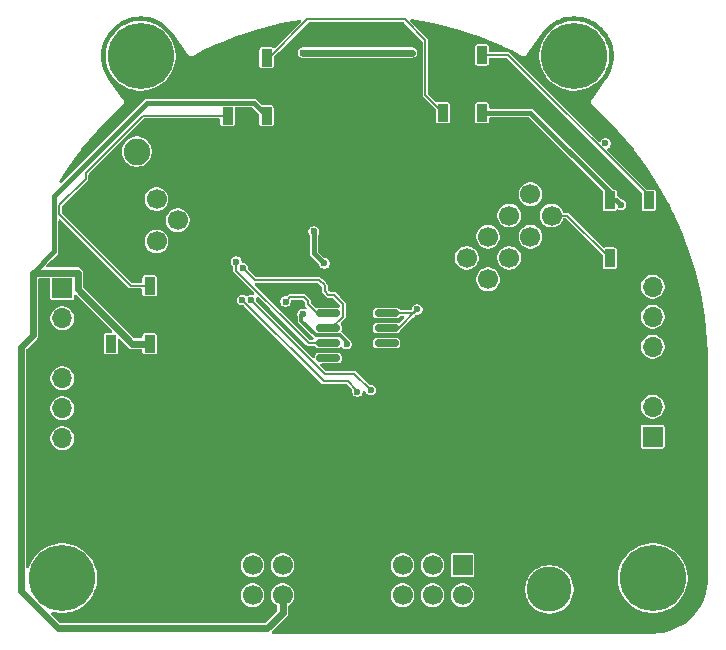
<source format=gbr>
G04 #@! TF.GenerationSoftware,KiCad,Pcbnew,9.0.1*
G04 #@! TF.CreationDate,2025-04-26T02:46:57-04:00*
G04 #@! TF.ProjectId,SwerveModuleBoard,53776572-7665-44d6-9f64-756c65426f61,REV1*
G04 #@! TF.SameCoordinates,Original*
G04 #@! TF.FileFunction,Copper,L2,Bot*
G04 #@! TF.FilePolarity,Positive*
%FSLAX46Y46*%
G04 Gerber Fmt 4.6, Leading zero omitted, Abs format (unit mm)*
G04 Created by KiCad (PCBNEW 9.0.1) date 2025-04-26 02:46:57*
%MOMM*%
%LPD*%
G01*
G04 APERTURE LIST*
G04 Aperture macros list*
%AMRoundRect*
0 Rectangle with rounded corners*
0 $1 Rounding radius*
0 $2 $3 $4 $5 $6 $7 $8 $9 X,Y pos of 4 corners*
0 Add a 4 corners polygon primitive as box body*
4,1,4,$2,$3,$4,$5,$6,$7,$8,$9,$2,$3,0*
0 Add four circle primitives for the rounded corners*
1,1,$1+$1,$2,$3*
1,1,$1+$1,$4,$5*
1,1,$1+$1,$6,$7*
1,1,$1+$1,$8,$9*
0 Add four rect primitives between the rounded corners*
20,1,$1+$1,$2,$3,$4,$5,0*
20,1,$1+$1,$4,$5,$6,$7,0*
20,1,$1+$1,$6,$7,$8,$9,0*
20,1,$1+$1,$8,$9,$2,$3,0*%
%AMRotRect*
0 Rectangle, with rotation*
0 The origin of the aperture is its center*
0 $1 length*
0 $2 width*
0 $3 Rotation angle, in degrees counterclockwise*
0 Add horizontal line*
21,1,$1,$2,0,0,$3*%
G04 Aperture macros list end*
G04 #@! TA.AperFunction,ComponentPad*
%ADD10O,1.300000X1.800000*%
G04 #@! TD*
G04 #@! TA.AperFunction,ComponentPad*
%ADD11O,1.050000X1.450000*%
G04 #@! TD*
G04 #@! TA.AperFunction,ComponentPad*
%ADD12C,0.600000*%
G04 #@! TD*
G04 #@! TA.AperFunction,ComponentPad*
%ADD13C,3.600000*%
G04 #@! TD*
G04 #@! TA.AperFunction,ConnectorPad*
%ADD14C,5.600000*%
G04 #@! TD*
G04 #@! TA.AperFunction,ComponentPad*
%ADD15R,1.700000X1.700000*%
G04 #@! TD*
G04 #@! TA.AperFunction,ComponentPad*
%ADD16O,1.700000X1.700000*%
G04 #@! TD*
G04 #@! TA.AperFunction,ComponentPad*
%ADD17RotRect,2.250000X2.250000X135.000000*%
G04 #@! TD*
G04 #@! TA.AperFunction,ComponentPad*
%ADD18C,2.250000*%
G04 #@! TD*
G04 #@! TA.AperFunction,ComponentPad*
%ADD19RotRect,1.700000X1.700000X45.000000*%
G04 #@! TD*
G04 #@! TA.AperFunction,ComponentPad*
%ADD20C,1.700000*%
G04 #@! TD*
G04 #@! TA.AperFunction,ComponentPad*
%ADD21R,3.800000X3.800000*%
G04 #@! TD*
G04 #@! TA.AperFunction,ComponentPad*
%ADD22C,3.800000*%
G04 #@! TD*
G04 #@! TA.AperFunction,ComponentPad*
%ADD23RotRect,1.700000X1.700000X315.000000*%
G04 #@! TD*
G04 #@! TA.AperFunction,SMDPad,CuDef*
%ADD24RoundRect,0.090000X0.360000X-0.660000X0.360000X0.660000X-0.360000X0.660000X-0.360000X-0.660000X0*%
G04 #@! TD*
G04 #@! TA.AperFunction,SMDPad,CuDef*
%ADD25RoundRect,0.090000X-0.360000X0.660000X-0.360000X-0.660000X0.360000X-0.660000X0.360000X0.660000X0*%
G04 #@! TD*
G04 #@! TA.AperFunction,SMDPad,CuDef*
%ADD26RoundRect,0.150000X0.825000X0.150000X-0.825000X0.150000X-0.825000X-0.150000X0.825000X-0.150000X0*%
G04 #@! TD*
G04 #@! TA.AperFunction,ViaPad*
%ADD27C,0.600000*%
G04 #@! TD*
G04 #@! TA.AperFunction,Conductor*
%ADD28C,0.200000*%
G04 #@! TD*
G04 #@! TA.AperFunction,Conductor*
%ADD29C,0.600000*%
G04 #@! TD*
G04 #@! TA.AperFunction,Conductor*
%ADD30C,0.300000*%
G04 #@! TD*
G04 #@! TA.AperFunction,Conductor*
%ADD31C,0.400000*%
G04 #@! TD*
G04 #@! TA.AperFunction,Conductor*
%ADD32C,0.150000*%
G04 #@! TD*
G04 APERTURE END LIST*
D10*
X102725000Y-71710000D03*
D11*
X102425000Y-74740000D03*
X97575000Y-74740000D03*
D10*
X97275000Y-71710000D03*
D12*
X95225000Y-91975000D03*
X95225000Y-93250000D03*
X95225000Y-94525000D03*
X96500000Y-91975000D03*
X96500000Y-93250000D03*
X96500000Y-94525000D03*
X97775000Y-91975000D03*
X97775000Y-93250000D03*
X97775000Y-94525000D03*
D13*
X118354398Y-73582304D03*
D14*
X118354398Y-73582304D03*
D13*
X124999988Y-117795134D03*
D14*
X124999988Y-117795134D03*
D13*
X74999988Y-117795134D03*
D14*
X74999988Y-117795134D03*
D13*
X81645618Y-73582274D03*
D14*
X81645618Y-73582274D03*
D15*
X75000000Y-93250000D03*
D16*
X75000000Y-95790000D03*
X75000000Y-98330000D03*
X75000000Y-100870000D03*
X75000000Y-103410000D03*
X75000000Y-105950000D03*
D17*
X76720604Y-86279397D03*
D18*
X81316798Y-81683203D03*
D19*
X81196878Y-87500000D03*
D20*
X82992929Y-85703949D03*
X82992929Y-89296051D03*
X84788980Y-87500000D03*
D15*
X108905000Y-116710000D03*
D20*
X108905000Y-119250000D03*
X106365000Y-116710000D03*
X106365000Y-119250000D03*
X103825000Y-116710000D03*
X103825000Y-119250000D03*
X101285000Y-116710000D03*
X101285000Y-119250000D03*
X98745000Y-116710000D03*
X98745000Y-119250000D03*
X96205000Y-116710000D03*
X96205000Y-119250000D03*
X93665000Y-116710000D03*
X93665000Y-119250000D03*
X91125000Y-116710000D03*
X91125000Y-119250000D03*
D15*
X125000000Y-105830000D03*
D16*
X125000000Y-103290000D03*
X125000000Y-100750000D03*
X125000000Y-98210000D03*
X125000000Y-95670000D03*
X125000000Y-93130000D03*
D21*
X116250000Y-113750000D03*
D22*
X116250000Y-118750000D03*
D23*
X116440542Y-83506337D03*
D20*
X118236593Y-85302388D03*
X114644491Y-85302388D03*
X116440542Y-87098439D03*
X112848440Y-87098439D03*
X114644491Y-88894491D03*
X111052388Y-88894491D03*
X112848440Y-90690542D03*
X109256337Y-90690542D03*
X111052388Y-92486593D03*
D24*
X92300000Y-78650000D03*
X89000000Y-78650000D03*
X89000000Y-73750000D03*
X92300000Y-73750000D03*
D25*
X121350000Y-85800000D03*
X124650000Y-85800000D03*
X124650000Y-90700000D03*
X121350000Y-90700000D03*
D26*
X102475000Y-95345000D03*
X102475000Y-96615000D03*
X102475000Y-97885000D03*
X102475000Y-99155000D03*
X97525000Y-99155000D03*
X97525000Y-97885000D03*
X97525000Y-96615000D03*
X97525000Y-95345000D03*
D24*
X110550000Y-78400000D03*
X107250000Y-78400000D03*
X107250000Y-73500000D03*
X110550000Y-73500000D03*
X82400000Y-97950000D03*
X79100000Y-97950000D03*
X79100000Y-93050000D03*
X82400000Y-93050000D03*
D27*
X121000000Y-81000000D03*
X93600000Y-105550000D03*
X93500000Y-101750000D03*
X113750000Y-75250000D03*
X100000000Y-114000000D03*
X90000000Y-109000000D03*
X95000000Y-109000000D03*
X76874999Y-105375001D03*
X101250000Y-84000000D03*
X116000000Y-107000000D03*
X120750000Y-88000000D03*
X75000000Y-110000000D03*
X82750000Y-102000000D03*
X90000000Y-114000000D03*
X86000000Y-118000000D03*
X104250000Y-82750000D03*
X91000000Y-74750000D03*
X84000000Y-115000000D03*
X93200000Y-71975000D03*
X93270000Y-101074890D03*
X118000000Y-94500000D03*
X83000000Y-115000000D03*
X76874999Y-103125001D03*
X123000000Y-102000000D03*
X107000000Y-84940000D03*
X77750000Y-107126001D03*
X87455000Y-88680000D03*
X100000000Y-109000000D03*
X98700000Y-76000000D03*
X105000000Y-109000000D03*
X104500000Y-94555000D03*
X114000000Y-80000000D03*
X120000000Y-107000000D03*
X122824998Y-93712499D03*
X99040000Y-101760000D03*
X99400000Y-105550000D03*
X84250000Y-105500000D03*
X85500000Y-74500000D03*
X110000000Y-109000000D03*
X121824998Y-96712499D03*
X95500000Y-83750000D03*
X76874999Y-104125001D03*
X120000000Y-106000000D03*
X84500000Y-94750000D03*
X73000000Y-114000000D03*
X76874999Y-106375001D03*
X86000000Y-116000000D03*
X94750000Y-83500000D03*
X121824998Y-92212499D03*
X89500000Y-81000000D03*
X85750000Y-108000000D03*
X122824998Y-95962499D03*
X116000000Y-105000000D03*
X116000000Y-93500000D03*
X113750000Y-98250000D03*
X122000000Y-100000000D03*
X97189994Y-101665000D03*
X110000000Y-114000000D03*
X116000000Y-109000000D03*
X77874999Y-102375001D03*
X95000000Y-114000000D03*
X87000000Y-103750000D03*
X107000000Y-95000000D03*
X84250000Y-104250000D03*
X122824998Y-92712499D03*
X105000000Y-114000000D03*
X102750000Y-84750000D03*
X80000000Y-121000000D03*
X81000000Y-118000000D03*
X116000000Y-95000000D03*
X116000000Y-106000000D03*
X113000000Y-83000000D03*
X87250000Y-81925000D03*
X91000000Y-83000000D03*
X116000000Y-108000000D03*
X105480000Y-84960000D03*
X81000000Y-116000000D03*
X80000000Y-112000000D03*
X122824998Y-94962499D03*
X103750000Y-80500000D03*
X109500000Y-98250000D03*
X120000000Y-105000000D03*
X104600000Y-73300000D03*
X105060249Y-95053622D03*
X95400000Y-73300000D03*
X93910000Y-94380000D03*
X96300000Y-88449994D03*
X97200000Y-91150000D03*
X99072496Y-97988656D03*
X95358819Y-95450000D03*
X91000000Y-94250000D03*
X101121091Y-101878909D03*
X90250004Y-94246925D03*
X100000000Y-102000000D03*
X89750000Y-91000000D03*
X90299999Y-91548585D03*
X122312500Y-86187500D03*
D28*
X95776000Y-94296768D02*
X95453232Y-93974000D01*
X96540768Y-95345000D02*
X95776000Y-94580232D01*
D29*
X104600000Y-73300000D02*
X95400000Y-73300000D01*
D28*
X94316000Y-93974000D02*
X93910000Y-94380000D01*
X95453232Y-93974000D02*
X94316000Y-93974000D01*
X105060249Y-95053622D02*
X104768871Y-95345000D01*
X104768871Y-95345000D02*
X102475000Y-95345000D01*
X95776000Y-94580232D02*
X95776000Y-94296768D01*
X97525000Y-95345000D02*
X96540768Y-95345000D01*
X103498871Y-96615000D02*
X105060249Y-95053622D01*
X102475000Y-96615000D02*
X103498871Y-96615000D01*
D30*
X99072496Y-97815528D02*
X99072496Y-97988656D01*
X95250000Y-95558819D02*
X95250000Y-96000000D01*
X95358819Y-95450000D02*
X95250000Y-95558819D01*
X98506968Y-97250000D02*
X99072496Y-97815528D01*
D31*
X96300000Y-90260000D02*
X97190000Y-91150000D01*
D30*
X96500000Y-97250000D02*
X98506968Y-97250000D01*
D31*
X96300000Y-88449994D02*
X96300000Y-90260000D01*
X97190000Y-91150000D02*
X97200000Y-91150000D01*
D30*
X95250000Y-96000000D02*
X96500000Y-97250000D01*
D32*
X97250000Y-100500000D02*
X91000000Y-94250000D01*
X99742182Y-100500000D02*
X97250000Y-100500000D01*
X101121091Y-101878909D02*
X99742182Y-100500000D01*
X100000000Y-101976123D02*
X100000000Y-102000000D01*
X90250004Y-94246925D02*
X90253048Y-94246925D01*
X90253048Y-94246925D02*
X97145123Y-101139000D01*
X97145123Y-101139000D02*
X99162877Y-101139000D01*
X99162877Y-101139000D02*
X100000000Y-101976123D01*
D28*
X89750000Y-91000000D02*
X89750000Y-91779232D01*
X89750000Y-91779232D02*
X95855768Y-97885000D01*
X95855768Y-97885000D02*
X97525000Y-97885000D01*
X90299999Y-91548585D02*
X90299999Y-91551413D01*
X98751000Y-95665256D02*
X97801256Y-96615000D01*
X97801256Y-96615000D02*
X97525000Y-96615000D01*
X90799999Y-92049999D02*
X91310000Y-92560000D01*
X96762232Y-92560000D02*
X97224000Y-93021768D01*
X91310000Y-92560000D02*
X96762232Y-92560000D01*
X97546768Y-93801000D02*
X98003232Y-93801000D01*
X90798585Y-92049999D02*
X90799999Y-92049999D01*
X98751000Y-94548768D02*
X98751000Y-95665256D01*
X90299999Y-91551413D02*
X90798585Y-92049999D01*
X98003232Y-93801000D02*
X98751000Y-94548768D01*
X97224000Y-93021768D02*
X97224000Y-93478232D01*
X97224000Y-93478232D02*
X97546768Y-93801000D01*
D31*
X121925000Y-85800000D02*
X122312500Y-86187500D01*
D29*
X71500000Y-118892755D02*
X71500000Y-98250000D01*
D31*
X121350000Y-85800000D02*
X121925000Y-85800000D01*
X92300000Y-78650000D02*
X91199000Y-77549000D01*
D29*
X92364000Y-122051000D02*
X74658245Y-122051000D01*
X76301000Y-93301000D02*
X80950000Y-97950000D01*
X93665000Y-120750000D02*
X92364000Y-122051000D01*
X72500000Y-97250000D02*
X72500000Y-91949000D01*
X80950000Y-97950000D02*
X82400000Y-97950000D01*
X72500000Y-91949000D02*
X76301000Y-91949000D01*
D31*
X121350000Y-85800000D02*
X121350000Y-85100000D01*
X91199000Y-77549000D02*
X82201000Y-77549000D01*
X82201000Y-77549000D02*
X74324000Y-85426000D01*
X121350000Y-85100000D02*
X114650000Y-78400000D01*
D29*
X93665000Y-119250000D02*
X93665000Y-120750000D01*
D31*
X74324000Y-90125000D02*
X72500000Y-91949000D01*
X114650000Y-78400000D02*
X110550000Y-78400000D01*
X74324000Y-85426000D02*
X74324000Y-90125000D01*
D29*
X71500000Y-98250000D02*
X72500000Y-97250000D01*
X76301000Y-91949000D02*
X76301000Y-93301000D01*
X74658245Y-122051000D02*
X71500000Y-118892755D01*
D32*
X124650000Y-85800000D02*
X124650000Y-85400000D01*
X124650000Y-85400000D02*
X112750000Y-73500000D01*
X112750000Y-73500000D02*
X110550000Y-73500000D01*
X92500000Y-73750000D02*
X92300000Y-73750000D01*
X95750000Y-70500000D02*
X92500000Y-73750000D01*
X104000000Y-70500000D02*
X95750000Y-70500000D01*
X105750000Y-72250000D02*
X104000000Y-70500000D01*
X105750000Y-76900000D02*
X105750000Y-72250000D01*
X107250000Y-78400000D02*
X105750000Y-76900000D01*
X77000000Y-83500000D02*
X77000000Y-84000000D01*
X89000000Y-78650000D02*
X81850000Y-78650000D01*
X74750000Y-87000000D02*
X80800000Y-93050000D01*
X80800000Y-93050000D02*
X82400000Y-93050000D01*
X77000000Y-84000000D02*
X74750000Y-86250000D01*
X81850000Y-78650000D02*
X77000000Y-83500000D01*
X74750000Y-86250000D02*
X74750000Y-87000000D01*
X117748439Y-87098439D02*
X116440542Y-87098439D01*
X121350000Y-90700000D02*
X117748439Y-87098439D01*
G04 #@! TA.AperFunction,Conductor*
G36*
X96674148Y-92830185D02*
G01*
X96694790Y-92846819D01*
X96937181Y-93089209D01*
X96970666Y-93150532D01*
X96973500Y-93176890D01*
X96973500Y-93528061D01*
X97011636Y-93620129D01*
X97327333Y-93935825D01*
X97327336Y-93935829D01*
X97334404Y-93942897D01*
X97404871Y-94013364D01*
X97496940Y-94051500D01*
X97596596Y-94051500D01*
X97848109Y-94051500D01*
X97915148Y-94071185D01*
X97935790Y-94087819D01*
X98464181Y-94616209D01*
X98478884Y-94643136D01*
X98495477Y-94668955D01*
X98496368Y-94675155D01*
X98497666Y-94677532D01*
X98500500Y-94703890D01*
X98500500Y-94770500D01*
X98480815Y-94837539D01*
X98428011Y-94883294D01*
X98376500Y-94894500D01*
X96655143Y-94894500D01*
X96655117Y-94894502D01*
X96630012Y-94897413D01*
X96630010Y-94897414D01*
X96581066Y-94919025D01*
X96511788Y-94928096D01*
X96448603Y-94898272D01*
X96443300Y-94893271D01*
X96062819Y-94512790D01*
X96029334Y-94451467D01*
X96026500Y-94425109D01*
X96026500Y-94246941D01*
X96026499Y-94246938D01*
X96009589Y-94206114D01*
X95988364Y-94154871D01*
X95917897Y-94084404D01*
X95910832Y-94077339D01*
X95910825Y-94077333D01*
X95595129Y-93761636D01*
X95503061Y-93723500D01*
X95503060Y-93723500D01*
X94380270Y-93723500D01*
X94380262Y-93723499D01*
X94365828Y-93723499D01*
X94266173Y-93723499D01*
X94266172Y-93723499D01*
X94241575Y-93733688D01*
X94212240Y-93745839D01*
X94174103Y-93761636D01*
X94174101Y-93761637D01*
X94042558Y-93893181D01*
X93981235Y-93926666D01*
X93954877Y-93929500D01*
X93850691Y-93929500D01*
X93736114Y-93960201D01*
X93736112Y-93960201D01*
X93736112Y-93960202D01*
X93633387Y-94019511D01*
X93633384Y-94019513D01*
X93549513Y-94103384D01*
X93549511Y-94103387D01*
X93499106Y-94190691D01*
X93490201Y-94206114D01*
X93459500Y-94320691D01*
X93459500Y-94439309D01*
X93490201Y-94553886D01*
X93549511Y-94656613D01*
X93633387Y-94740489D01*
X93736114Y-94799799D01*
X93850691Y-94830500D01*
X93850694Y-94830500D01*
X93969306Y-94830500D01*
X93969309Y-94830500D01*
X94083886Y-94799799D01*
X94186613Y-94740489D01*
X94270489Y-94656613D01*
X94329799Y-94553886D01*
X94360500Y-94439309D01*
X94360500Y-94348500D01*
X94380185Y-94281461D01*
X94432989Y-94235706D01*
X94484500Y-94224500D01*
X95298109Y-94224500D01*
X95327552Y-94233145D01*
X95357535Y-94239668D01*
X95362550Y-94243422D01*
X95365148Y-94244185D01*
X95385785Y-94260814D01*
X95489182Y-94364210D01*
X95522666Y-94425531D01*
X95525500Y-94451890D01*
X95525500Y-94630061D01*
X95563636Y-94722129D01*
X95670616Y-94829109D01*
X95704101Y-94890432D01*
X95699117Y-94960124D01*
X95657245Y-95016057D01*
X95591781Y-95040474D01*
X95540588Y-95032179D01*
X95540555Y-95032305D01*
X95539318Y-95031973D01*
X95535488Y-95031353D01*
X95532713Y-95030203D01*
X95515344Y-95025549D01*
X95418128Y-94999500D01*
X95299510Y-94999500D01*
X95184933Y-95030201D01*
X95184931Y-95030201D01*
X95184931Y-95030202D01*
X95082206Y-95089511D01*
X95082203Y-95089513D01*
X94998332Y-95173384D01*
X94998330Y-95173387D01*
X94939020Y-95276114D01*
X94908319Y-95390691D01*
X94908319Y-95390693D01*
X94908319Y-95509308D01*
X94939019Y-95623883D01*
X94940059Y-95626393D01*
X94941117Y-95631713D01*
X94941124Y-95631738D01*
X94941122Y-95631738D01*
X94949500Y-95673851D01*
X94949500Y-96039562D01*
X94967260Y-96105840D01*
X94969979Y-96115989D01*
X94988701Y-96148416D01*
X94988701Y-96148418D01*
X95009535Y-96184504D01*
X95009541Y-96184512D01*
X96247848Y-97422819D01*
X96258460Y-97442255D01*
X96272961Y-97458989D01*
X96274877Y-97472320D01*
X96281333Y-97484142D01*
X96279753Y-97506228D01*
X96282905Y-97528147D01*
X96277309Y-97540398D01*
X96276349Y-97553834D01*
X96263078Y-97571560D01*
X96253880Y-97591703D01*
X96242548Y-97598985D01*
X96234477Y-97609767D01*
X96213731Y-97617504D01*
X96195102Y-97629477D01*
X96173183Y-97632628D01*
X96169013Y-97634184D01*
X96160167Y-97634500D01*
X96010890Y-97634500D01*
X95943851Y-97614815D01*
X95923209Y-97598181D01*
X91347210Y-93022181D01*
X91313725Y-92960858D01*
X91318709Y-92891166D01*
X91360581Y-92835233D01*
X91426045Y-92810816D01*
X91434891Y-92810500D01*
X96607109Y-92810500D01*
X96674148Y-92830185D01*
G37*
G04 #@! TD.AperFunction*
G04 #@! TA.AperFunction,Conductor*
G36*
X81691839Y-70238246D02*
G01*
X82027903Y-70259815D01*
X82040744Y-70261314D01*
X82372743Y-70317808D01*
X82385358Y-70320639D01*
X82709661Y-70411440D01*
X82721899Y-70415567D01*
X83034960Y-70539683D01*
X83046719Y-70545071D01*
X83283485Y-70668908D01*
X83345122Y-70701146D01*
X83356262Y-70707735D01*
X83597052Y-70867691D01*
X83636757Y-70894067D01*
X83647151Y-70901782D01*
X83906706Y-71116355D01*
X83916230Y-71125105D01*
X84151993Y-71365565D01*
X84160553Y-71375260D01*
X84361471Y-71628302D01*
X84371654Y-71641127D01*
X84376113Y-71647105D01*
X85653764Y-73471779D01*
X85667501Y-73497601D01*
X85680903Y-73510538D01*
X85686978Y-73519214D01*
X85686983Y-73519220D01*
X85705972Y-73535154D01*
X85712382Y-73540925D01*
X85735988Y-73563711D01*
X85745576Y-73568385D01*
X85747594Y-73570078D01*
X85781101Y-73585702D01*
X85781199Y-73585750D01*
X85782051Y-73586165D01*
X85782052Y-73586166D01*
X85796619Y-73593267D01*
X85821552Y-73605422D01*
X85863462Y-73611303D01*
X85897225Y-73617257D01*
X85902558Y-73616790D01*
X85915817Y-73618651D01*
X85949736Y-73612662D01*
X85976046Y-73610361D01*
X85988546Y-73605811D01*
X86009557Y-73602102D01*
X86025416Y-73593663D01*
X86026169Y-73593267D01*
X86033441Y-73589469D01*
X86050398Y-73583299D01*
X86065471Y-73572744D01*
X86072600Y-73569022D01*
X86072813Y-73568979D01*
X86073605Y-73568503D01*
X86944214Y-73124083D01*
X86947889Y-73122285D01*
X87853531Y-72697946D01*
X87857257Y-72696276D01*
X88776730Y-72302796D01*
X88780577Y-72301227D01*
X89712795Y-71939070D01*
X89716660Y-71937643D01*
X90660623Y-71607200D01*
X90664544Y-71605902D01*
X91619117Y-71307569D01*
X91623046Y-71306413D01*
X92587187Y-71040515D01*
X92591140Y-71039496D01*
X93563748Y-70806340D01*
X93567793Y-70805443D01*
X94547668Y-70605314D01*
X94551714Y-70604560D01*
X95101219Y-70511561D01*
X95170602Y-70519782D01*
X95224526Y-70564211D01*
X95245871Y-70630741D01*
X95227858Y-70698249D01*
X95209590Y-70721503D01*
X93011619Y-72919475D01*
X92950296Y-72952960D01*
X92880604Y-72947976D01*
X92836257Y-72919475D01*
X92833391Y-72916609D01*
X92753839Y-72863454D01*
X92753837Y-72863453D01*
X92753834Y-72863452D01*
X92683691Y-72849500D01*
X92683688Y-72849500D01*
X91916312Y-72849500D01*
X91916309Y-72849500D01*
X91846165Y-72863452D01*
X91846161Y-72863454D01*
X91766609Y-72916609D01*
X91713454Y-72996161D01*
X91713452Y-72996165D01*
X91699500Y-73066307D01*
X91699500Y-74433692D01*
X91713452Y-74503834D01*
X91713453Y-74503837D01*
X91713454Y-74503839D01*
X91766609Y-74583391D01*
X91846161Y-74636546D01*
X91846164Y-74636546D01*
X91846165Y-74636547D01*
X91916307Y-74650499D01*
X91916310Y-74650500D01*
X91916312Y-74650500D01*
X92683690Y-74650500D01*
X92683691Y-74650499D01*
X92753839Y-74636546D01*
X92833391Y-74583391D01*
X92886546Y-74503839D01*
X92900500Y-74433688D01*
X92900500Y-73719767D01*
X92920185Y-73652728D01*
X92936819Y-73632086D01*
X93328214Y-73240691D01*
X94949500Y-73240691D01*
X94949500Y-73359309D01*
X94980201Y-73473886D01*
X95039511Y-73576613D01*
X95123387Y-73660489D01*
X95226114Y-73719799D01*
X95340691Y-73750500D01*
X95340694Y-73750500D01*
X104659306Y-73750500D01*
X104659309Y-73750500D01*
X104773886Y-73719799D01*
X104876613Y-73660489D01*
X104960489Y-73576613D01*
X105019799Y-73473886D01*
X105050500Y-73359309D01*
X105050500Y-73240691D01*
X105019799Y-73126114D01*
X104960489Y-73023387D01*
X104876613Y-72939511D01*
X104773886Y-72880201D01*
X104659309Y-72849500D01*
X95340691Y-72849500D01*
X95226114Y-72880201D01*
X95226112Y-72880201D01*
X95226112Y-72880202D01*
X95123387Y-72939511D01*
X95123384Y-72939513D01*
X95039513Y-73023384D01*
X95039511Y-73023387D01*
X94981363Y-73124102D01*
X94980201Y-73126114D01*
X94949500Y-73240691D01*
X93328214Y-73240691D01*
X95807086Y-70761819D01*
X95868409Y-70728334D01*
X95894767Y-70725500D01*
X103855233Y-70725500D01*
X103922272Y-70745185D01*
X103942914Y-70761819D01*
X105488181Y-72307086D01*
X105521666Y-72368409D01*
X105524500Y-72394767D01*
X105524500Y-76845142D01*
X105524499Y-76845156D01*
X105524499Y-76944853D01*
X105524500Y-76944858D01*
X105548772Y-77003457D01*
X105558829Y-77027735D01*
X105558830Y-77027736D01*
X105622264Y-77091170D01*
X105622265Y-77091170D01*
X105639705Y-77108610D01*
X106613181Y-78082086D01*
X106646666Y-78143409D01*
X106649500Y-78169767D01*
X106649500Y-79083692D01*
X106663452Y-79153834D01*
X106663453Y-79153837D01*
X106663454Y-79153839D01*
X106716609Y-79233391D01*
X106796161Y-79286546D01*
X106796164Y-79286546D01*
X106796165Y-79286547D01*
X106866307Y-79300499D01*
X106866310Y-79300500D01*
X106866312Y-79300500D01*
X107633690Y-79300500D01*
X107633691Y-79300499D01*
X107703839Y-79286546D01*
X107783391Y-79233391D01*
X107836546Y-79153839D01*
X107850500Y-79083688D01*
X107850500Y-77716312D01*
X107850500Y-77716309D01*
X107850499Y-77716307D01*
X109949500Y-77716307D01*
X109949500Y-79083692D01*
X109963452Y-79153834D01*
X109963453Y-79153837D01*
X109963454Y-79153839D01*
X110016609Y-79233391D01*
X110096161Y-79286546D01*
X110096164Y-79286546D01*
X110096165Y-79286547D01*
X110166307Y-79300499D01*
X110166310Y-79300500D01*
X110166312Y-79300500D01*
X110933690Y-79300500D01*
X110933691Y-79300499D01*
X111003839Y-79286546D01*
X111083391Y-79233391D01*
X111136546Y-79153839D01*
X111150500Y-79083688D01*
X111150500Y-78874500D01*
X111170185Y-78807461D01*
X111222989Y-78761706D01*
X111274500Y-78750500D01*
X114453456Y-78750500D01*
X114520495Y-78770185D01*
X114541137Y-78786819D01*
X120722729Y-84968411D01*
X120756214Y-85029734D01*
X120756666Y-85080281D01*
X120749500Y-85116310D01*
X120749500Y-86483692D01*
X120763452Y-86553834D01*
X120763453Y-86553837D01*
X120763454Y-86553839D01*
X120816609Y-86633391D01*
X120896161Y-86686546D01*
X120896164Y-86686546D01*
X120896165Y-86686547D01*
X120966307Y-86700499D01*
X120966310Y-86700500D01*
X120966312Y-86700500D01*
X121733690Y-86700500D01*
X121733691Y-86700499D01*
X121803839Y-86686546D01*
X121883391Y-86633391D01*
X121902499Y-86604792D01*
X121956109Y-86559990D01*
X122025434Y-86551281D01*
X122067598Y-86566297D01*
X122138614Y-86607299D01*
X122253191Y-86638000D01*
X122253194Y-86638000D01*
X122371806Y-86638000D01*
X122371809Y-86638000D01*
X122486386Y-86607299D01*
X122589113Y-86547989D01*
X122672989Y-86464113D01*
X122732299Y-86361386D01*
X122763000Y-86246809D01*
X122763000Y-86128191D01*
X122732299Y-86013614D01*
X122672989Y-85910887D01*
X122589113Y-85827011D01*
X122486386Y-85767701D01*
X122384602Y-85740427D01*
X122329017Y-85708335D01*
X122140213Y-85519531D01*
X122140208Y-85519527D01*
X122060291Y-85473387D01*
X122060287Y-85473385D01*
X122055650Y-85472143D01*
X122055649Y-85472143D01*
X122042402Y-85468593D01*
X121982743Y-85432226D01*
X121952216Y-85369378D01*
X121950500Y-85348819D01*
X121950500Y-85116309D01*
X121950499Y-85116307D01*
X121936547Y-85046165D01*
X121936546Y-85046164D01*
X121936546Y-85046161D01*
X121883391Y-84966609D01*
X121803839Y-84913454D01*
X121803837Y-84913453D01*
X121803834Y-84913452D01*
X121733691Y-84899500D01*
X121733688Y-84899500D01*
X121696544Y-84899500D01*
X121629505Y-84879815D01*
X121608863Y-84863181D01*
X114865213Y-78119531D01*
X114865208Y-78119527D01*
X114785290Y-78073387D01*
X114785289Y-78073386D01*
X114785288Y-78073386D01*
X114696144Y-78049500D01*
X114696143Y-78049500D01*
X111274500Y-78049500D01*
X111207461Y-78029815D01*
X111161706Y-77977011D01*
X111150500Y-77925500D01*
X111150500Y-77716309D01*
X111150499Y-77716307D01*
X111136547Y-77646165D01*
X111136546Y-77646164D01*
X111136546Y-77646161D01*
X111083391Y-77566609D01*
X111003839Y-77513454D01*
X111003837Y-77513453D01*
X111003834Y-77513452D01*
X110933691Y-77499500D01*
X110933688Y-77499500D01*
X110166312Y-77499500D01*
X110166309Y-77499500D01*
X110096165Y-77513452D01*
X110096161Y-77513454D01*
X110016609Y-77566609D01*
X109963454Y-77646161D01*
X109963452Y-77646165D01*
X109949500Y-77716307D01*
X107850499Y-77716307D01*
X107836547Y-77646165D01*
X107836546Y-77646164D01*
X107836546Y-77646161D01*
X107783391Y-77566609D01*
X107703839Y-77513454D01*
X107703837Y-77513453D01*
X107703834Y-77513452D01*
X107633691Y-77499500D01*
X107633688Y-77499500D01*
X106866312Y-77499500D01*
X106866309Y-77499500D01*
X106796162Y-77513453D01*
X106792232Y-77515081D01*
X106722762Y-77522546D01*
X106660284Y-77491267D01*
X106657104Y-77488198D01*
X106011819Y-76842913D01*
X105978334Y-76781590D01*
X105975500Y-76755232D01*
X105975500Y-72816307D01*
X109949500Y-72816307D01*
X109949500Y-74183692D01*
X109963452Y-74253834D01*
X109963453Y-74253837D01*
X109963454Y-74253839D01*
X110016609Y-74333391D01*
X110096161Y-74386546D01*
X110096164Y-74386546D01*
X110096165Y-74386547D01*
X110166307Y-74400499D01*
X110166310Y-74400500D01*
X110166312Y-74400500D01*
X110933690Y-74400500D01*
X110933691Y-74400499D01*
X111003839Y-74386546D01*
X111083391Y-74333391D01*
X111136546Y-74253839D01*
X111150500Y-74183688D01*
X111150500Y-73849500D01*
X111170185Y-73782461D01*
X111222989Y-73736706D01*
X111274500Y-73725500D01*
X112605233Y-73725500D01*
X112672272Y-73745185D01*
X112692914Y-73761819D01*
X124013181Y-85082086D01*
X124046666Y-85143409D01*
X124049500Y-85169767D01*
X124049500Y-86483692D01*
X124063452Y-86553834D01*
X124063453Y-86553837D01*
X124063454Y-86553839D01*
X124116609Y-86633391D01*
X124196161Y-86686546D01*
X124196164Y-86686546D01*
X124196165Y-86686547D01*
X124266307Y-86700499D01*
X124266310Y-86700500D01*
X124266312Y-86700500D01*
X125033690Y-86700500D01*
X125033691Y-86700499D01*
X125103839Y-86686546D01*
X125183391Y-86633391D01*
X125236546Y-86553839D01*
X125250500Y-86483688D01*
X125250500Y-85116312D01*
X125250500Y-85116310D01*
X125250500Y-85116309D01*
X125250499Y-85116307D01*
X125236547Y-85046165D01*
X125236546Y-85046164D01*
X125236546Y-85046161D01*
X125183391Y-84966609D01*
X125103839Y-84913454D01*
X125103837Y-84913453D01*
X125103834Y-84913452D01*
X125033691Y-84899500D01*
X125033688Y-84899500D01*
X124519768Y-84899500D01*
X124452729Y-84879815D01*
X124432087Y-84863181D01*
X121170754Y-81601848D01*
X121137269Y-81540525D01*
X121142253Y-81470833D01*
X121184125Y-81414900D01*
X121196435Y-81406780D01*
X121276613Y-81360489D01*
X121360489Y-81276613D01*
X121419799Y-81173886D01*
X121450500Y-81059309D01*
X121450500Y-80940691D01*
X121419799Y-80826114D01*
X121360489Y-80723387D01*
X121276613Y-80639511D01*
X121173886Y-80580201D01*
X121059309Y-80549500D01*
X120940691Y-80549500D01*
X120826114Y-80580201D01*
X120826112Y-80580201D01*
X120826112Y-80580202D01*
X120723387Y-80639511D01*
X120723384Y-80639513D01*
X120639513Y-80723384D01*
X120639509Y-80723390D01*
X120593218Y-80803566D01*
X120542650Y-80851780D01*
X120474043Y-80865002D01*
X120409179Y-80839033D01*
X120398151Y-80829245D01*
X112958611Y-73389706D01*
X112958610Y-73389705D01*
X112941170Y-73372264D01*
X112877736Y-73308830D01*
X112877735Y-73308829D01*
X112872935Y-73304029D01*
X112855992Y-73273000D01*
X112825668Y-73278931D01*
X112803850Y-73278225D01*
X112794855Y-73274499D01*
X112705145Y-73274499D01*
X112705143Y-73274500D01*
X111274500Y-73274500D01*
X111207461Y-73254815D01*
X111161706Y-73202011D01*
X111150500Y-73150500D01*
X111150500Y-72816309D01*
X111150499Y-72816307D01*
X111136547Y-72746165D01*
X111136546Y-72746164D01*
X111136546Y-72746161D01*
X111083391Y-72666609D01*
X111003839Y-72613454D01*
X111003837Y-72613453D01*
X111003834Y-72613452D01*
X110933691Y-72599500D01*
X110933688Y-72599500D01*
X110166312Y-72599500D01*
X110166309Y-72599500D01*
X110096165Y-72613452D01*
X110096161Y-72613454D01*
X110016609Y-72666609D01*
X109963454Y-72746161D01*
X109963452Y-72746165D01*
X109949500Y-72816307D01*
X105975500Y-72816307D01*
X105975500Y-72309297D01*
X105975501Y-72309288D01*
X105975501Y-72205147D01*
X105975500Y-72205143D01*
X105949896Y-72143331D01*
X105941170Y-72122265D01*
X105941170Y-72122264D01*
X105877736Y-72058830D01*
X105870671Y-72051765D01*
X105870664Y-72051759D01*
X104489460Y-70670555D01*
X104455975Y-70609232D01*
X104460959Y-70539540D01*
X104502831Y-70483607D01*
X104568295Y-70459190D01*
X104597829Y-70460612D01*
X105448310Y-70604551D01*
X105452380Y-70605311D01*
X106432262Y-70805444D01*
X106436283Y-70806336D01*
X107408878Y-71039492D01*
X107412859Y-71040518D01*
X108313329Y-71288858D01*
X108376925Y-71306397D01*
X108380944Y-71307578D01*
X109225204Y-71571438D01*
X109335455Y-71605895D01*
X109339426Y-71607210D01*
X110283336Y-71937637D01*
X110287240Y-71939078D01*
X110891676Y-72173895D01*
X111219417Y-72301219D01*
X111223299Y-72302803D01*
X111318177Y-72343405D01*
X111916611Y-72599500D01*
X112142699Y-72696252D01*
X112146516Y-72697962D01*
X112436312Y-72833747D01*
X112882289Y-73042711D01*
X112934643Y-73088980D01*
X112937221Y-73098090D01*
X112951772Y-73092664D01*
X113013226Y-73104061D01*
X113052109Y-73122280D01*
X113055793Y-73124082D01*
X113917482Y-73563949D01*
X113926360Y-73568481D01*
X113941098Y-73577344D01*
X113949601Y-73583298D01*
X113958847Y-73586663D01*
X113974670Y-73593709D01*
X113990441Y-73602099D01*
X114011447Y-73605807D01*
X114023953Y-73610359D01*
X114050271Y-73612661D01*
X114084181Y-73618648D01*
X114097435Y-73616787D01*
X114102774Y-73617255D01*
X114136578Y-73611294D01*
X114178447Y-73605419D01*
X114210825Y-73589634D01*
X114217857Y-73586206D01*
X114217863Y-73586203D01*
X114218798Y-73585746D01*
X114252405Y-73570077D01*
X114254429Y-73568378D01*
X114264010Y-73563708D01*
X114290702Y-73537941D01*
X114313017Y-73519218D01*
X114319101Y-73510528D01*
X114332497Y-73497598D01*
X114342668Y-73478477D01*
X114350568Y-73465587D01*
X114384865Y-73416607D01*
X114384870Y-73416600D01*
X115403898Y-73416600D01*
X115403898Y-73748007D01*
X115440999Y-74077295D01*
X115441002Y-74077309D01*
X115514744Y-74400397D01*
X115514747Y-74400405D01*
X115624197Y-74713194D01*
X115767980Y-75011762D01*
X115767982Y-75011765D01*
X115944294Y-75292364D01*
X115994971Y-75355911D01*
X116147690Y-75547415D01*
X116150914Y-75551457D01*
X116385245Y-75785788D01*
X116644338Y-75992408D01*
X116924937Y-76168720D01*
X117223511Y-76312506D01*
X117458435Y-76394709D01*
X117536296Y-76421954D01*
X117536304Y-76421957D01*
X117536307Y-76421957D01*
X117536308Y-76421958D01*
X117859392Y-76495700D01*
X117859401Y-76495701D01*
X117859406Y-76495702D01*
X118078931Y-76520436D01*
X118188695Y-76532803D01*
X118188698Y-76532804D01*
X118188701Y-76532804D01*
X118520098Y-76532804D01*
X118520099Y-76532803D01*
X118688394Y-76513841D01*
X118849389Y-76495702D01*
X118849392Y-76495701D01*
X118849404Y-76495700D01*
X119172488Y-76421958D01*
X119485285Y-76312506D01*
X119783859Y-76168720D01*
X120064458Y-75992408D01*
X120323551Y-75785788D01*
X120557882Y-75551457D01*
X120764502Y-75292364D01*
X120940814Y-75011765D01*
X121084600Y-74713191D01*
X121194052Y-74400394D01*
X121267794Y-74077310D01*
X121267798Y-74077280D01*
X121288910Y-73889896D01*
X121304898Y-73748001D01*
X121304898Y-73416607D01*
X121292214Y-73304029D01*
X121267796Y-73087312D01*
X121267795Y-73087307D01*
X121267794Y-73087298D01*
X121194052Y-72764214D01*
X121194037Y-72764172D01*
X121136416Y-72599500D01*
X121084600Y-72451417D01*
X120940814Y-72152843D01*
X120764502Y-71872244D01*
X120557882Y-71613151D01*
X120323551Y-71378820D01*
X120323513Y-71378790D01*
X120238367Y-71310888D01*
X120064458Y-71172200D01*
X119853240Y-71039483D01*
X119783856Y-70995886D01*
X119485288Y-70852103D01*
X119172499Y-70742653D01*
X119172491Y-70742650D01*
X118930175Y-70687343D01*
X118849404Y-70668908D01*
X118849401Y-70668907D01*
X118849389Y-70668905D01*
X118520101Y-70631804D01*
X118520095Y-70631804D01*
X118188701Y-70631804D01*
X118188694Y-70631804D01*
X117859406Y-70668905D01*
X117859392Y-70668908D01*
X117536304Y-70742650D01*
X117536296Y-70742653D01*
X117223507Y-70852103D01*
X116924939Y-70995886D01*
X116644339Y-71172199D01*
X116385245Y-71378819D01*
X116150913Y-71613151D01*
X115944293Y-71872245D01*
X115767980Y-72152845D01*
X115624197Y-72451413D01*
X115514747Y-72764202D01*
X115514744Y-72764210D01*
X115441002Y-73087298D01*
X115440999Y-73087312D01*
X115403898Y-73416600D01*
X114384870Y-73416600D01*
X115608810Y-71668634D01*
X115612621Y-71663484D01*
X115822525Y-71394822D01*
X115831019Y-71385051D01*
X116065561Y-71142179D01*
X116075029Y-71133350D01*
X116333662Y-70916333D01*
X116344027Y-70908524D01*
X116393842Y-70874924D01*
X116623919Y-70719737D01*
X116635021Y-70713066D01*
X116933137Y-70554557D01*
X116944877Y-70549083D01*
X117257903Y-70422615D01*
X117270163Y-70418393D01*
X117594728Y-70325328D01*
X117607331Y-70322419D01*
X117939835Y-70263791D01*
X117952682Y-70262214D01*
X118289504Y-70238663D01*
X118302444Y-70238438D01*
X118639853Y-70250223D01*
X118652781Y-70251354D01*
X118987104Y-70298342D01*
X118999834Y-70300817D01*
X119327414Y-70382494D01*
X119339822Y-70386287D01*
X119480037Y-70437322D01*
X119657067Y-70501757D01*
X119669015Y-70506829D01*
X119695572Y-70519782D01*
X119925248Y-70631804D01*
X119972448Y-70654825D01*
X119983786Y-70661109D01*
X120270116Y-70840030D01*
X120280718Y-70847455D01*
X120546767Y-71055317D01*
X120556555Y-71063826D01*
X120633083Y-71137729D01*
X120764848Y-71264975D01*
X120799408Y-71298349D01*
X120808258Y-71307840D01*
X120843544Y-71349893D01*
X121025264Y-71566461D01*
X121033075Y-71576827D01*
X121221854Y-71856707D01*
X121228539Y-71867832D01*
X121387036Y-72165926D01*
X121392521Y-72177690D01*
X121518982Y-72490700D01*
X121523208Y-72502971D01*
X121523561Y-72504201D01*
X121613054Y-72816307D01*
X121616265Y-72827503D01*
X121619184Y-72840150D01*
X121677805Y-73172617D01*
X121679387Y-73185500D01*
X121702935Y-73522285D01*
X121703161Y-73535263D01*
X121691376Y-73872652D01*
X121690245Y-73885581D01*
X121643259Y-74219893D01*
X121640782Y-74232634D01*
X121559105Y-74560214D01*
X121555311Y-74572626D01*
X121439842Y-74889867D01*
X121434770Y-74901815D01*
X121286774Y-75205248D01*
X121280481Y-75216600D01*
X121099842Y-75505678D01*
X121096265Y-75511083D01*
X121091539Y-75517833D01*
X121070837Y-75547398D01*
X121070833Y-75547409D01*
X121065992Y-75554324D01*
X121065987Y-75554332D01*
X119838069Y-77307973D01*
X119828664Y-77319798D01*
X119814168Y-77335904D01*
X119814165Y-77335908D01*
X119811450Y-77342009D01*
X119811451Y-77342010D01*
X119806593Y-77352927D01*
X119800516Y-77361607D01*
X119790565Y-77388945D01*
X119788809Y-77392893D01*
X119788806Y-77392900D01*
X119775467Y-77422875D01*
X119775404Y-77423479D01*
X119774354Y-77433484D01*
X119774354Y-77433486D01*
X119773455Y-77435959D01*
X119770245Y-77472635D01*
X119770127Y-77473763D01*
X119770126Y-77473782D01*
X119765537Y-77517544D01*
X119765537Y-77517548D01*
X119771237Y-77544340D01*
X119774347Y-77558954D01*
X119780298Y-77592702D01*
X119782558Y-77597548D01*
X119785313Y-77610495D01*
X119785315Y-77610502D01*
X119785345Y-77610647D01*
X119785347Y-77610650D01*
X119802576Y-77640478D01*
X119813737Y-77664411D01*
X119822286Y-77674600D01*
X119832958Y-77693074D01*
X119832960Y-77693077D01*
X119846241Y-77705031D01*
X119846967Y-77705690D01*
X119853014Y-77711220D01*
X119864596Y-77725023D01*
X119879584Y-77735517D01*
X119885540Y-77740964D01*
X119885656Y-77741157D01*
X119886409Y-77741766D01*
X120625253Y-78430473D01*
X120628367Y-78433480D01*
X121358639Y-79163472D01*
X121361647Y-79166586D01*
X122065979Y-79921613D01*
X122068877Y-79924829D01*
X122746470Y-80704035D01*
X122749253Y-80707351D01*
X123399201Y-81509697D01*
X123401867Y-81513108D01*
X124023422Y-82337670D01*
X124025967Y-82341172D01*
X124618346Y-83186910D01*
X124620768Y-83190499D01*
X125183286Y-84056433D01*
X125185580Y-84060104D01*
X125717508Y-84945117D01*
X125719673Y-84948866D01*
X126220390Y-85851921D01*
X126222423Y-85855743D01*
X126336479Y-86079527D01*
X126664366Y-86722860D01*
X126691292Y-86775689D01*
X126693191Y-86779580D01*
X127129693Y-87715403D01*
X127131454Y-87719358D01*
X127535006Y-88669808D01*
X127536628Y-88673822D01*
X127906756Y-89637779D01*
X127908237Y-89641847D01*
X128244490Y-90618143D01*
X128245828Y-90622260D01*
X128547794Y-91609689D01*
X128548988Y-91613851D01*
X128816307Y-92611247D01*
X128817354Y-92615447D01*
X129049684Y-93621519D01*
X129050585Y-93625754D01*
X129247660Y-94639364D01*
X129248412Y-94643628D01*
X129409985Y-95663512D01*
X129410587Y-95667799D01*
X129536453Y-96692643D01*
X129536906Y-96696948D01*
X129626924Y-97725609D01*
X129627226Y-97729928D01*
X129681280Y-98761091D01*
X129681431Y-98765417D01*
X129699481Y-99799228D01*
X129699500Y-99801393D01*
X129699500Y-117797293D01*
X129699382Y-117802702D01*
X129681853Y-118204181D01*
X129680910Y-118214957D01*
X129628811Y-118610685D01*
X129626933Y-118621339D01*
X129540538Y-119011039D01*
X129537738Y-119021487D01*
X129417713Y-119402159D01*
X129414013Y-119412325D01*
X129261263Y-119781096D01*
X129256691Y-119790900D01*
X129072388Y-120144942D01*
X129066980Y-120154310D01*
X128852511Y-120490959D01*
X128846306Y-120499820D01*
X128603319Y-120816487D01*
X128596365Y-120824774D01*
X128326705Y-121119056D01*
X128319056Y-121126705D01*
X128024774Y-121396365D01*
X128016487Y-121403319D01*
X127699820Y-121646306D01*
X127690959Y-121652511D01*
X127354310Y-121866980D01*
X127344942Y-121872388D01*
X126990900Y-122056691D01*
X126981096Y-122061263D01*
X126612325Y-122214013D01*
X126602159Y-122217713D01*
X126221487Y-122337738D01*
X126211039Y-122340538D01*
X125821339Y-122426933D01*
X125810685Y-122428811D01*
X125414957Y-122480910D01*
X125404181Y-122481853D01*
X125002703Y-122499382D01*
X124997294Y-122499500D01*
X92851965Y-122499500D01*
X92784926Y-122479815D01*
X92739171Y-122427011D01*
X92729227Y-122357853D01*
X92758252Y-122294297D01*
X92764284Y-122287819D01*
X93203918Y-121848185D01*
X94025490Y-121026614D01*
X94084799Y-120923887D01*
X94095853Y-120882631D01*
X94115500Y-120809309D01*
X94115500Y-120218556D01*
X94135185Y-120151517D01*
X94170610Y-120115454D01*
X94253387Y-120060143D01*
X94302782Y-120027139D01*
X94442139Y-119887782D01*
X94551632Y-119723914D01*
X94627051Y-119541835D01*
X94639632Y-119478582D01*
X94665500Y-119348543D01*
X102824499Y-119348543D01*
X102862947Y-119541829D01*
X102862950Y-119541839D01*
X102938364Y-119723907D01*
X102938371Y-119723920D01*
X103047860Y-119887781D01*
X103047863Y-119887785D01*
X103187214Y-120027136D01*
X103187218Y-120027139D01*
X103351079Y-120136628D01*
X103351092Y-120136635D01*
X103516717Y-120205238D01*
X103533165Y-120212051D01*
X103533169Y-120212051D01*
X103533170Y-120212052D01*
X103726456Y-120250500D01*
X103726459Y-120250500D01*
X103923543Y-120250500D01*
X104053582Y-120224632D01*
X104116835Y-120212051D01*
X104298914Y-120136632D01*
X104462782Y-120027139D01*
X104602139Y-119887782D01*
X104711632Y-119723914D01*
X104787051Y-119541835D01*
X104799632Y-119478582D01*
X104825500Y-119348543D01*
X105364499Y-119348543D01*
X105402947Y-119541829D01*
X105402950Y-119541839D01*
X105478364Y-119723907D01*
X105478371Y-119723920D01*
X105587860Y-119887781D01*
X105587863Y-119887785D01*
X105727214Y-120027136D01*
X105727218Y-120027139D01*
X105891079Y-120136628D01*
X105891092Y-120136635D01*
X106056717Y-120205238D01*
X106073165Y-120212051D01*
X106073169Y-120212051D01*
X106073170Y-120212052D01*
X106266456Y-120250500D01*
X106266459Y-120250500D01*
X106463543Y-120250500D01*
X106593582Y-120224632D01*
X106656835Y-120212051D01*
X106838914Y-120136632D01*
X107002782Y-120027139D01*
X107142139Y-119887782D01*
X107251632Y-119723914D01*
X107327051Y-119541835D01*
X107339632Y-119478582D01*
X107365500Y-119348543D01*
X107904499Y-119348543D01*
X107942947Y-119541829D01*
X107942950Y-119541839D01*
X108018364Y-119723907D01*
X108018371Y-119723920D01*
X108127860Y-119887781D01*
X108127863Y-119887785D01*
X108267214Y-120027136D01*
X108267218Y-120027139D01*
X108431079Y-120136628D01*
X108431092Y-120136635D01*
X108596717Y-120205238D01*
X108613165Y-120212051D01*
X108613169Y-120212051D01*
X108613170Y-120212052D01*
X108806456Y-120250500D01*
X108806459Y-120250500D01*
X109003543Y-120250500D01*
X109133582Y-120224632D01*
X109196835Y-120212051D01*
X109378914Y-120136632D01*
X109542782Y-120027139D01*
X109682139Y-119887782D01*
X109791632Y-119723914D01*
X109867051Y-119541835D01*
X109879632Y-119478582D01*
X109905500Y-119348543D01*
X109905500Y-119151456D01*
X109867052Y-118958170D01*
X109867051Y-118958169D01*
X109867051Y-118958165D01*
X109864524Y-118952064D01*
X109791635Y-118776092D01*
X109791628Y-118776079D01*
X109727721Y-118680435D01*
X109684400Y-118615602D01*
X114199500Y-118615602D01*
X114199500Y-118884397D01*
X114234582Y-119150880D01*
X114234583Y-119150885D01*
X114234584Y-119150891D01*
X114254332Y-119224592D01*
X114304152Y-119410524D01*
X114407011Y-119658850D01*
X114407019Y-119658866D01*
X114467884Y-119764286D01*
X114541413Y-119891641D01*
X114541415Y-119891644D01*
X114541416Y-119891645D01*
X114705042Y-120104888D01*
X114705048Y-120104895D01*
X114895104Y-120294951D01*
X114895110Y-120294956D01*
X115108359Y-120458587D01*
X115257968Y-120544964D01*
X115341133Y-120592980D01*
X115341149Y-120592988D01*
X115450374Y-120638230D01*
X115589474Y-120695847D01*
X115849109Y-120765416D01*
X116022721Y-120788272D01*
X116115602Y-120800500D01*
X116115603Y-120800500D01*
X116384398Y-120800500D01*
X116477279Y-120788272D01*
X116650891Y-120765416D01*
X116910526Y-120695847D01*
X117142609Y-120599715D01*
X117158850Y-120592988D01*
X117158853Y-120592986D01*
X117158859Y-120592984D01*
X117391641Y-120458587D01*
X117604890Y-120294956D01*
X117794956Y-120104890D01*
X117958587Y-119891641D01*
X118092984Y-119658859D01*
X118195847Y-119410526D01*
X118265416Y-119150891D01*
X118300500Y-118884397D01*
X118300500Y-118615603D01*
X118265416Y-118349109D01*
X118195847Y-118089474D01*
X118142561Y-117960831D01*
X118092988Y-117841149D01*
X118092983Y-117841140D01*
X118067668Y-117797293D01*
X117970752Y-117629430D01*
X122049488Y-117629430D01*
X122049488Y-117960837D01*
X122086589Y-118290125D01*
X122086592Y-118290139D01*
X122160334Y-118613227D01*
X122160337Y-118613235D01*
X122269787Y-118926024D01*
X122413570Y-119224592D01*
X122413572Y-119224595D01*
X122589884Y-119505194D01*
X122744030Y-119698486D01*
X122764307Y-119723914D01*
X122796504Y-119764287D01*
X123030835Y-119998618D01*
X123289928Y-120205238D01*
X123570527Y-120381550D01*
X123869101Y-120525336D01*
X124062417Y-120592980D01*
X124181886Y-120634784D01*
X124181894Y-120634787D01*
X124181897Y-120634787D01*
X124181898Y-120634788D01*
X124504982Y-120708530D01*
X124504991Y-120708531D01*
X124504996Y-120708532D01*
X124724521Y-120733266D01*
X124834285Y-120745633D01*
X124834288Y-120745634D01*
X124834291Y-120745634D01*
X125165688Y-120745634D01*
X125165689Y-120745633D01*
X125333984Y-120726671D01*
X125494979Y-120708532D01*
X125494982Y-120708531D01*
X125494994Y-120708530D01*
X125818078Y-120634788D01*
X126130875Y-120525336D01*
X126429449Y-120381550D01*
X126710048Y-120205238D01*
X126969141Y-119998618D01*
X127203472Y-119764287D01*
X127410092Y-119505194D01*
X127586404Y-119224595D01*
X127730190Y-118926021D01*
X127839642Y-118613224D01*
X127913384Y-118290140D01*
X127950488Y-117960831D01*
X127950488Y-117629437D01*
X127918754Y-117347785D01*
X127913386Y-117300142D01*
X127913385Y-117300137D01*
X127913384Y-117300128D01*
X127839642Y-116977044D01*
X127815136Y-116907011D01*
X127808434Y-116887857D01*
X127730190Y-116664247D01*
X127586404Y-116365673D01*
X127410092Y-116085074D01*
X127203472Y-115825981D01*
X126969141Y-115591650D01*
X126710048Y-115385030D01*
X126429449Y-115208718D01*
X126429446Y-115208716D01*
X126130878Y-115064933D01*
X125818089Y-114955483D01*
X125818081Y-114955480D01*
X125575765Y-114900173D01*
X125494994Y-114881738D01*
X125494991Y-114881737D01*
X125494979Y-114881735D01*
X125165691Y-114844634D01*
X125165685Y-114844634D01*
X124834291Y-114844634D01*
X124834284Y-114844634D01*
X124504996Y-114881735D01*
X124504982Y-114881738D01*
X124181894Y-114955480D01*
X124181886Y-114955483D01*
X123869097Y-115064933D01*
X123570529Y-115208716D01*
X123289929Y-115385029D01*
X123030835Y-115591649D01*
X122796503Y-115825981D01*
X122589883Y-116085075D01*
X122413570Y-116365675D01*
X122269787Y-116664243D01*
X122160337Y-116977032D01*
X122160334Y-116977040D01*
X122086592Y-117300128D01*
X122086589Y-117300142D01*
X122049488Y-117629430D01*
X117970752Y-117629430D01*
X117958587Y-117608359D01*
X117794956Y-117395110D01*
X117794951Y-117395104D01*
X117604895Y-117205048D01*
X117604888Y-117205042D01*
X117391645Y-117041416D01*
X117391644Y-117041415D01*
X117391641Y-117041413D01*
X117280130Y-116977032D01*
X117158866Y-116907019D01*
X117158850Y-116907011D01*
X116910524Y-116804152D01*
X116780708Y-116769368D01*
X116650891Y-116734584D01*
X116650885Y-116734583D01*
X116650880Y-116734582D01*
X116384398Y-116699500D01*
X116384397Y-116699500D01*
X116115603Y-116699500D01*
X116115602Y-116699500D01*
X115849119Y-116734582D01*
X115849112Y-116734583D01*
X115849109Y-116734584D01*
X115794239Y-116749286D01*
X115589475Y-116804152D01*
X115341149Y-116907011D01*
X115341133Y-116907019D01*
X115108354Y-117041416D01*
X114895111Y-117205042D01*
X114895104Y-117205048D01*
X114705048Y-117395104D01*
X114705042Y-117395111D01*
X114541416Y-117608354D01*
X114407019Y-117841133D01*
X114407011Y-117841149D01*
X114304152Y-118089475D01*
X114234585Y-118349106D01*
X114234582Y-118349119D01*
X114199500Y-118615602D01*
X109684400Y-118615602D01*
X109682139Y-118612218D01*
X109682136Y-118612214D01*
X109542785Y-118472863D01*
X109542781Y-118472860D01*
X109378920Y-118363371D01*
X109378907Y-118363364D01*
X109196839Y-118287950D01*
X109196829Y-118287947D01*
X109003543Y-118249500D01*
X109003541Y-118249500D01*
X108806459Y-118249500D01*
X108806457Y-118249500D01*
X108613170Y-118287947D01*
X108613160Y-118287950D01*
X108431092Y-118363364D01*
X108431079Y-118363371D01*
X108267218Y-118472860D01*
X108267214Y-118472863D01*
X108127863Y-118612214D01*
X108127860Y-118612218D01*
X108018371Y-118776079D01*
X108018364Y-118776092D01*
X107942950Y-118958160D01*
X107942947Y-118958170D01*
X107904500Y-119151456D01*
X107904500Y-119151459D01*
X107904500Y-119348541D01*
X107904500Y-119348543D01*
X107904499Y-119348543D01*
X107365500Y-119348543D01*
X107365500Y-119151456D01*
X107327052Y-118958170D01*
X107327051Y-118958169D01*
X107327051Y-118958165D01*
X107324524Y-118952064D01*
X107251635Y-118776092D01*
X107251628Y-118776079D01*
X107142139Y-118612218D01*
X107142136Y-118612214D01*
X107002785Y-118472863D01*
X107002781Y-118472860D01*
X106838920Y-118363371D01*
X106838907Y-118363364D01*
X106656839Y-118287950D01*
X106656829Y-118287947D01*
X106463543Y-118249500D01*
X106463541Y-118249500D01*
X106266459Y-118249500D01*
X106266457Y-118249500D01*
X106073170Y-118287947D01*
X106073160Y-118287950D01*
X105891092Y-118363364D01*
X105891079Y-118363371D01*
X105727218Y-118472860D01*
X105727214Y-118472863D01*
X105587863Y-118612214D01*
X105587860Y-118612218D01*
X105478371Y-118776079D01*
X105478364Y-118776092D01*
X105402950Y-118958160D01*
X105402947Y-118958170D01*
X105364500Y-119151456D01*
X105364500Y-119151459D01*
X105364500Y-119348541D01*
X105364500Y-119348543D01*
X105364499Y-119348543D01*
X104825500Y-119348543D01*
X104825500Y-119151456D01*
X104787052Y-118958170D01*
X104787051Y-118958169D01*
X104787051Y-118958165D01*
X104784524Y-118952064D01*
X104711635Y-118776092D01*
X104711628Y-118776079D01*
X104602139Y-118612218D01*
X104602136Y-118612214D01*
X104462785Y-118472863D01*
X104462781Y-118472860D01*
X104298920Y-118363371D01*
X104298907Y-118363364D01*
X104116839Y-118287950D01*
X104116829Y-118287947D01*
X103923543Y-118249500D01*
X103923541Y-118249500D01*
X103726459Y-118249500D01*
X103726457Y-118249500D01*
X103533170Y-118287947D01*
X103533160Y-118287950D01*
X103351092Y-118363364D01*
X103351079Y-118363371D01*
X103187218Y-118472860D01*
X103187214Y-118472863D01*
X103047863Y-118612214D01*
X103047860Y-118612218D01*
X102938371Y-118776079D01*
X102938364Y-118776092D01*
X102862950Y-118958160D01*
X102862947Y-118958170D01*
X102824500Y-119151456D01*
X102824500Y-119151459D01*
X102824500Y-119348541D01*
X102824500Y-119348543D01*
X102824499Y-119348543D01*
X94665500Y-119348543D01*
X94665500Y-119151456D01*
X94627052Y-118958170D01*
X94627051Y-118958169D01*
X94627051Y-118958165D01*
X94624524Y-118952064D01*
X94551635Y-118776092D01*
X94551628Y-118776079D01*
X94442139Y-118612218D01*
X94442136Y-118612214D01*
X94302785Y-118472863D01*
X94302781Y-118472860D01*
X94138920Y-118363371D01*
X94138907Y-118363364D01*
X93956839Y-118287950D01*
X93956829Y-118287947D01*
X93763543Y-118249500D01*
X93763541Y-118249500D01*
X93566459Y-118249500D01*
X93566457Y-118249500D01*
X93373170Y-118287947D01*
X93373160Y-118287950D01*
X93191092Y-118363364D01*
X93191079Y-118363371D01*
X93027218Y-118472860D01*
X93027214Y-118472863D01*
X92887863Y-118612214D01*
X92887860Y-118612218D01*
X92778371Y-118776079D01*
X92778364Y-118776092D01*
X92702950Y-118958160D01*
X92702947Y-118958170D01*
X92664500Y-119151456D01*
X92664500Y-119151459D01*
X92664500Y-119348541D01*
X92664500Y-119348543D01*
X92664499Y-119348543D01*
X92702947Y-119541829D01*
X92702950Y-119541839D01*
X92778364Y-119723907D01*
X92778371Y-119723920D01*
X92887860Y-119887781D01*
X92887863Y-119887785D01*
X93027214Y-120027136D01*
X93027222Y-120027142D01*
X93159390Y-120115454D01*
X93204196Y-120169066D01*
X93214500Y-120218556D01*
X93214500Y-120512034D01*
X93194815Y-120579073D01*
X93178181Y-120599715D01*
X92213716Y-121564181D01*
X92152393Y-121597666D01*
X92126035Y-121600500D01*
X74896210Y-121600500D01*
X74829171Y-121580815D01*
X74808529Y-121564181D01*
X74093943Y-120849595D01*
X74060458Y-120788272D01*
X74065442Y-120718580D01*
X74107314Y-120662647D01*
X74172778Y-120638230D01*
X74209214Y-120641022D01*
X74504982Y-120708530D01*
X74504991Y-120708531D01*
X74504996Y-120708532D01*
X74724521Y-120733266D01*
X74834285Y-120745633D01*
X74834288Y-120745634D01*
X74834291Y-120745634D01*
X75165688Y-120745634D01*
X75165689Y-120745633D01*
X75333984Y-120726671D01*
X75494979Y-120708532D01*
X75494982Y-120708531D01*
X75494994Y-120708530D01*
X75818078Y-120634788D01*
X76130875Y-120525336D01*
X76429449Y-120381550D01*
X76710048Y-120205238D01*
X76969141Y-119998618D01*
X77203472Y-119764287D01*
X77410092Y-119505194D01*
X77508522Y-119348543D01*
X90124499Y-119348543D01*
X90162947Y-119541829D01*
X90162950Y-119541839D01*
X90238364Y-119723907D01*
X90238371Y-119723920D01*
X90347860Y-119887781D01*
X90347863Y-119887785D01*
X90487214Y-120027136D01*
X90487218Y-120027139D01*
X90651079Y-120136628D01*
X90651092Y-120136635D01*
X90816717Y-120205238D01*
X90833165Y-120212051D01*
X90833169Y-120212051D01*
X90833170Y-120212052D01*
X91026456Y-120250500D01*
X91026459Y-120250500D01*
X91223543Y-120250500D01*
X91353582Y-120224632D01*
X91416835Y-120212051D01*
X91598914Y-120136632D01*
X91762782Y-120027139D01*
X91902139Y-119887782D01*
X92011632Y-119723914D01*
X92087051Y-119541835D01*
X92099632Y-119478582D01*
X92125500Y-119348543D01*
X92125500Y-119151456D01*
X92087052Y-118958170D01*
X92087051Y-118958169D01*
X92087051Y-118958165D01*
X92084524Y-118952064D01*
X92011635Y-118776092D01*
X92011628Y-118776079D01*
X91902139Y-118612218D01*
X91902136Y-118612214D01*
X91762785Y-118472863D01*
X91762781Y-118472860D01*
X91598920Y-118363371D01*
X91598907Y-118363364D01*
X91416839Y-118287950D01*
X91416829Y-118287947D01*
X91223543Y-118249500D01*
X91223541Y-118249500D01*
X91026459Y-118249500D01*
X91026457Y-118249500D01*
X90833170Y-118287947D01*
X90833160Y-118287950D01*
X90651092Y-118363364D01*
X90651079Y-118363371D01*
X90487218Y-118472860D01*
X90487214Y-118472863D01*
X90347863Y-118612214D01*
X90347860Y-118612218D01*
X90238371Y-118776079D01*
X90238364Y-118776092D01*
X90162950Y-118958160D01*
X90162947Y-118958170D01*
X90124500Y-119151456D01*
X90124500Y-119151459D01*
X90124500Y-119348541D01*
X90124500Y-119348543D01*
X90124499Y-119348543D01*
X77508522Y-119348543D01*
X77586404Y-119224595D01*
X77621898Y-119150891D01*
X77650468Y-119091566D01*
X77650468Y-119091565D01*
X77689247Y-119011039D01*
X77730190Y-118926021D01*
X77839642Y-118613224D01*
X77913384Y-118290140D01*
X77950488Y-117960831D01*
X77950488Y-117629437D01*
X77918754Y-117347785D01*
X77913386Y-117300142D01*
X77913385Y-117300137D01*
X77913384Y-117300128D01*
X77839642Y-116977044D01*
X77815136Y-116907011D01*
X77808434Y-116887857D01*
X77780681Y-116808543D01*
X90124499Y-116808543D01*
X90162947Y-117001829D01*
X90162950Y-117001839D01*
X90238364Y-117183907D01*
X90238371Y-117183920D01*
X90347860Y-117347781D01*
X90347863Y-117347785D01*
X90487214Y-117487136D01*
X90487218Y-117487139D01*
X90651079Y-117596628D01*
X90651092Y-117596635D01*
X90833160Y-117672049D01*
X90833165Y-117672051D01*
X90833169Y-117672051D01*
X90833170Y-117672052D01*
X91026456Y-117710500D01*
X91026459Y-117710500D01*
X91223543Y-117710500D01*
X91353582Y-117684632D01*
X91416835Y-117672051D01*
X91598914Y-117596632D01*
X91762782Y-117487139D01*
X91902139Y-117347782D01*
X92011632Y-117183914D01*
X92087051Y-117001835D01*
X92109723Y-116887857D01*
X92125500Y-116808543D01*
X92664499Y-116808543D01*
X92702947Y-117001829D01*
X92702950Y-117001839D01*
X92778364Y-117183907D01*
X92778371Y-117183920D01*
X92887860Y-117347781D01*
X92887863Y-117347785D01*
X93027214Y-117487136D01*
X93027218Y-117487139D01*
X93191079Y-117596628D01*
X93191092Y-117596635D01*
X93373160Y-117672049D01*
X93373165Y-117672051D01*
X93373169Y-117672051D01*
X93373170Y-117672052D01*
X93566456Y-117710500D01*
X93566459Y-117710500D01*
X93763543Y-117710500D01*
X93893582Y-117684632D01*
X93956835Y-117672051D01*
X94138914Y-117596632D01*
X94302782Y-117487139D01*
X94442139Y-117347782D01*
X94551632Y-117183914D01*
X94627051Y-117001835D01*
X94649723Y-116887857D01*
X94665500Y-116808543D01*
X102824499Y-116808543D01*
X102862947Y-117001829D01*
X102862950Y-117001839D01*
X102938364Y-117183907D01*
X102938371Y-117183920D01*
X103047860Y-117347781D01*
X103047863Y-117347785D01*
X103187214Y-117487136D01*
X103187218Y-117487139D01*
X103351079Y-117596628D01*
X103351092Y-117596635D01*
X103533160Y-117672049D01*
X103533165Y-117672051D01*
X103533169Y-117672051D01*
X103533170Y-117672052D01*
X103726456Y-117710500D01*
X103726459Y-117710500D01*
X103923543Y-117710500D01*
X104053582Y-117684632D01*
X104116835Y-117672051D01*
X104298914Y-117596632D01*
X104462782Y-117487139D01*
X104602139Y-117347782D01*
X104711632Y-117183914D01*
X104787051Y-117001835D01*
X104809723Y-116887857D01*
X104825500Y-116808543D01*
X105364499Y-116808543D01*
X105402947Y-117001829D01*
X105402950Y-117001839D01*
X105478364Y-117183907D01*
X105478371Y-117183920D01*
X105587860Y-117347781D01*
X105587863Y-117347785D01*
X105727214Y-117487136D01*
X105727218Y-117487139D01*
X105891079Y-117596628D01*
X105891092Y-117596635D01*
X106073160Y-117672049D01*
X106073165Y-117672051D01*
X106073169Y-117672051D01*
X106073170Y-117672052D01*
X106266456Y-117710500D01*
X106266459Y-117710500D01*
X106463543Y-117710500D01*
X106593582Y-117684632D01*
X106656835Y-117672051D01*
X106838914Y-117596632D01*
X106871555Y-117574822D01*
X107904499Y-117574822D01*
X107913231Y-117618717D01*
X107913234Y-117618724D01*
X107920390Y-117629434D01*
X107946496Y-117668504D01*
X107996278Y-117701767D01*
X107996281Y-117701767D01*
X107996282Y-117701768D01*
X108040177Y-117710500D01*
X108040180Y-117710500D01*
X109769822Y-117710500D01*
X109813717Y-117701768D01*
X109813717Y-117701767D01*
X109813722Y-117701767D01*
X109863504Y-117668504D01*
X109896767Y-117618722D01*
X109896768Y-117618717D01*
X109905500Y-117574822D01*
X109905500Y-115845177D01*
X109896768Y-115801282D01*
X109896767Y-115801281D01*
X109896767Y-115801278D01*
X109863504Y-115751496D01*
X109858197Y-115747950D01*
X109813724Y-115718234D01*
X109813717Y-115718231D01*
X109769822Y-115709500D01*
X109769820Y-115709500D01*
X108040180Y-115709500D01*
X108040178Y-115709500D01*
X107996282Y-115718231D01*
X107996275Y-115718234D01*
X107946496Y-115751495D01*
X107946495Y-115751496D01*
X107913234Y-115801275D01*
X107913231Y-115801282D01*
X107904500Y-115845177D01*
X107904500Y-115845180D01*
X107904500Y-117574820D01*
X107904500Y-117574822D01*
X107904499Y-117574822D01*
X106871555Y-117574822D01*
X107002782Y-117487139D01*
X107142139Y-117347782D01*
X107251632Y-117183914D01*
X107327051Y-117001835D01*
X107349723Y-116887857D01*
X107365500Y-116808543D01*
X107365500Y-116611456D01*
X107327052Y-116418170D01*
X107327051Y-116418169D01*
X107327051Y-116418165D01*
X107305308Y-116365673D01*
X107251635Y-116236092D01*
X107251628Y-116236079D01*
X107142139Y-116072218D01*
X107142136Y-116072214D01*
X107002785Y-115932863D01*
X107002782Y-115932861D01*
X106838920Y-115823371D01*
X106838907Y-115823364D01*
X106656839Y-115747950D01*
X106656829Y-115747947D01*
X106463543Y-115709500D01*
X106463541Y-115709500D01*
X106266459Y-115709500D01*
X106266457Y-115709500D01*
X106073170Y-115747947D01*
X106073160Y-115747950D01*
X105891092Y-115823364D01*
X105891079Y-115823371D01*
X105727218Y-115932860D01*
X105727214Y-115932863D01*
X105587863Y-116072214D01*
X105587860Y-116072218D01*
X105478371Y-116236079D01*
X105478364Y-116236092D01*
X105402950Y-116418160D01*
X105402947Y-116418170D01*
X105364500Y-116611456D01*
X105364500Y-116611459D01*
X105364500Y-116808541D01*
X105364500Y-116808543D01*
X105364499Y-116808543D01*
X104825500Y-116808543D01*
X104825500Y-116611456D01*
X104787052Y-116418170D01*
X104787051Y-116418169D01*
X104787051Y-116418165D01*
X104765308Y-116365673D01*
X104711635Y-116236092D01*
X104711628Y-116236079D01*
X104602139Y-116072218D01*
X104602136Y-116072214D01*
X104462785Y-115932863D01*
X104462781Y-115932860D01*
X104298920Y-115823371D01*
X104298907Y-115823364D01*
X104116839Y-115747950D01*
X104116829Y-115747947D01*
X103923543Y-115709500D01*
X103923541Y-115709500D01*
X103726459Y-115709500D01*
X103726457Y-115709500D01*
X103533170Y-115747947D01*
X103533160Y-115747950D01*
X103351092Y-115823364D01*
X103351079Y-115823371D01*
X103187218Y-115932860D01*
X103187214Y-115932863D01*
X103047863Y-116072214D01*
X103047860Y-116072218D01*
X102938371Y-116236079D01*
X102938364Y-116236092D01*
X102862950Y-116418160D01*
X102862947Y-116418170D01*
X102824500Y-116611456D01*
X102824500Y-116611459D01*
X102824500Y-116808541D01*
X102824500Y-116808543D01*
X102824499Y-116808543D01*
X94665500Y-116808543D01*
X94665500Y-116611456D01*
X94627052Y-116418170D01*
X94627051Y-116418169D01*
X94627051Y-116418165D01*
X94605308Y-116365673D01*
X94551635Y-116236092D01*
X94551628Y-116236079D01*
X94442139Y-116072218D01*
X94442136Y-116072214D01*
X94302785Y-115932863D01*
X94302781Y-115932860D01*
X94138920Y-115823371D01*
X94138907Y-115823364D01*
X93956839Y-115747950D01*
X93956829Y-115747947D01*
X93763543Y-115709500D01*
X93763541Y-115709500D01*
X93566459Y-115709500D01*
X93566457Y-115709500D01*
X93373170Y-115747947D01*
X93373160Y-115747950D01*
X93191092Y-115823364D01*
X93191079Y-115823371D01*
X93027218Y-115932860D01*
X93027214Y-115932863D01*
X92887863Y-116072214D01*
X92887860Y-116072218D01*
X92778371Y-116236079D01*
X92778364Y-116236092D01*
X92702950Y-116418160D01*
X92702947Y-116418170D01*
X92664500Y-116611456D01*
X92664500Y-116611459D01*
X92664500Y-116808541D01*
X92664500Y-116808543D01*
X92664499Y-116808543D01*
X92125500Y-116808543D01*
X92125500Y-116611456D01*
X92087052Y-116418170D01*
X92087051Y-116418169D01*
X92087051Y-116418165D01*
X92065308Y-116365673D01*
X92011635Y-116236092D01*
X92011628Y-116236079D01*
X91902139Y-116072218D01*
X91902136Y-116072214D01*
X91762785Y-115932863D01*
X91762781Y-115932860D01*
X91598920Y-115823371D01*
X91598907Y-115823364D01*
X91416839Y-115747950D01*
X91416829Y-115747947D01*
X91223543Y-115709500D01*
X91223541Y-115709500D01*
X91026459Y-115709500D01*
X91026457Y-115709500D01*
X90833170Y-115747947D01*
X90833160Y-115747950D01*
X90651092Y-115823364D01*
X90651079Y-115823371D01*
X90487218Y-115932860D01*
X90487214Y-115932863D01*
X90347863Y-116072214D01*
X90347860Y-116072218D01*
X90238371Y-116236079D01*
X90238364Y-116236092D01*
X90162950Y-116418160D01*
X90162947Y-116418170D01*
X90124500Y-116611456D01*
X90124500Y-116611459D01*
X90124500Y-116808541D01*
X90124500Y-116808543D01*
X90124499Y-116808543D01*
X77780681Y-116808543D01*
X77730190Y-116664247D01*
X77586404Y-116365673D01*
X77410092Y-116085074D01*
X77203472Y-115825981D01*
X76969141Y-115591650D01*
X76710048Y-115385030D01*
X76429449Y-115208718D01*
X76429446Y-115208716D01*
X76130878Y-115064933D01*
X75818089Y-114955483D01*
X75818081Y-114955480D01*
X75575765Y-114900173D01*
X75494994Y-114881738D01*
X75494991Y-114881737D01*
X75494979Y-114881735D01*
X75165691Y-114844634D01*
X75165685Y-114844634D01*
X74834291Y-114844634D01*
X74834284Y-114844634D01*
X74504996Y-114881735D01*
X74504982Y-114881738D01*
X74181894Y-114955480D01*
X74181886Y-114955483D01*
X73869097Y-115064933D01*
X73570529Y-115208716D01*
X73289929Y-115385029D01*
X73030835Y-115591649D01*
X72796503Y-115825981D01*
X72589883Y-116085075D01*
X72413570Y-116365675D01*
X72269787Y-116664243D01*
X72191541Y-116887857D01*
X72150820Y-116944633D01*
X72085867Y-116970380D01*
X72017305Y-116956924D01*
X71966903Y-116908536D01*
X71950500Y-116846902D01*
X71950500Y-106048543D01*
X73999499Y-106048543D01*
X74037947Y-106241829D01*
X74037950Y-106241839D01*
X74113364Y-106423907D01*
X74113371Y-106423920D01*
X74222860Y-106587781D01*
X74222863Y-106587785D01*
X74362214Y-106727136D01*
X74362218Y-106727139D01*
X74526079Y-106836628D01*
X74526092Y-106836635D01*
X74708160Y-106912049D01*
X74708165Y-106912051D01*
X74708169Y-106912051D01*
X74708170Y-106912052D01*
X74901456Y-106950500D01*
X74901459Y-106950500D01*
X75098543Y-106950500D01*
X75228582Y-106924632D01*
X75291835Y-106912051D01*
X75473914Y-106836632D01*
X75637782Y-106727139D01*
X75670099Y-106694822D01*
X123999499Y-106694822D01*
X124008231Y-106738717D01*
X124008232Y-106738721D01*
X124008233Y-106738722D01*
X124041496Y-106788504D01*
X124091278Y-106821767D01*
X124091281Y-106821767D01*
X124091282Y-106821768D01*
X124135177Y-106830500D01*
X124135180Y-106830500D01*
X125864822Y-106830500D01*
X125908717Y-106821768D01*
X125908717Y-106821767D01*
X125908722Y-106821767D01*
X125958504Y-106788504D01*
X125991767Y-106738722D01*
X126000500Y-106694820D01*
X126000500Y-104965180D01*
X126000500Y-104965177D01*
X125991768Y-104921282D01*
X125991767Y-104921281D01*
X125991767Y-104921278D01*
X125958504Y-104871496D01*
X125958503Y-104871495D01*
X125908724Y-104838234D01*
X125908717Y-104838231D01*
X125864822Y-104829500D01*
X125864820Y-104829500D01*
X124135180Y-104829500D01*
X124135178Y-104829500D01*
X124091282Y-104838231D01*
X124091275Y-104838234D01*
X124041496Y-104871495D01*
X124041495Y-104871496D01*
X124008234Y-104921275D01*
X124008231Y-104921282D01*
X123999500Y-104965177D01*
X123999500Y-104965180D01*
X123999500Y-106694820D01*
X123999500Y-106694822D01*
X123999499Y-106694822D01*
X75670099Y-106694822D01*
X75777139Y-106587782D01*
X75886632Y-106423914D01*
X75962051Y-106241835D01*
X76000500Y-106048541D01*
X76000500Y-105851459D01*
X76000500Y-105851456D01*
X75962052Y-105658170D01*
X75962051Y-105658169D01*
X75962051Y-105658165D01*
X75962049Y-105658160D01*
X75886635Y-105476092D01*
X75886628Y-105476079D01*
X75777139Y-105312218D01*
X75777136Y-105312214D01*
X75637785Y-105172863D01*
X75637781Y-105172860D01*
X75473920Y-105063371D01*
X75473907Y-105063364D01*
X75291839Y-104987950D01*
X75291829Y-104987947D01*
X75098543Y-104949500D01*
X75098541Y-104949500D01*
X74901459Y-104949500D01*
X74901457Y-104949500D01*
X74708170Y-104987947D01*
X74708160Y-104987950D01*
X74526092Y-105063364D01*
X74526079Y-105063371D01*
X74362218Y-105172860D01*
X74362214Y-105172863D01*
X74222863Y-105312214D01*
X74222860Y-105312218D01*
X74113371Y-105476079D01*
X74113364Y-105476092D01*
X74037950Y-105658160D01*
X74037947Y-105658170D01*
X73999500Y-105851456D01*
X73999500Y-105851459D01*
X73999500Y-106048541D01*
X73999500Y-106048543D01*
X73999499Y-106048543D01*
X71950500Y-106048543D01*
X71950500Y-103508543D01*
X73999499Y-103508543D01*
X74037947Y-103701829D01*
X74037950Y-103701839D01*
X74113364Y-103883907D01*
X74113371Y-103883920D01*
X74222860Y-104047781D01*
X74222863Y-104047785D01*
X74362214Y-104187136D01*
X74362218Y-104187139D01*
X74526079Y-104296628D01*
X74526092Y-104296635D01*
X74708160Y-104372049D01*
X74708165Y-104372051D01*
X74708169Y-104372051D01*
X74708170Y-104372052D01*
X74901456Y-104410500D01*
X74901459Y-104410500D01*
X75098543Y-104410500D01*
X75228582Y-104384632D01*
X75291835Y-104372051D01*
X75473914Y-104296632D01*
X75637782Y-104187139D01*
X75777139Y-104047782D01*
X75886632Y-103883914D01*
X75962051Y-103701835D01*
X76000500Y-103508541D01*
X76000500Y-103388543D01*
X123999499Y-103388543D01*
X124037947Y-103581829D01*
X124037950Y-103581839D01*
X124113364Y-103763907D01*
X124113371Y-103763920D01*
X124222860Y-103927781D01*
X124222863Y-103927785D01*
X124362214Y-104067136D01*
X124362218Y-104067139D01*
X124526079Y-104176628D01*
X124526092Y-104176635D01*
X124708160Y-104252049D01*
X124708165Y-104252051D01*
X124708169Y-104252051D01*
X124708170Y-104252052D01*
X124901456Y-104290500D01*
X124901459Y-104290500D01*
X125098543Y-104290500D01*
X125228582Y-104264632D01*
X125291835Y-104252051D01*
X125473914Y-104176632D01*
X125637782Y-104067139D01*
X125777139Y-103927782D01*
X125886632Y-103763914D01*
X125962051Y-103581835D01*
X126000500Y-103388541D01*
X126000500Y-103191459D01*
X126000500Y-103191456D01*
X125962052Y-102998170D01*
X125962051Y-102998169D01*
X125962051Y-102998165D01*
X125936337Y-102936086D01*
X125886635Y-102816092D01*
X125886628Y-102816079D01*
X125777139Y-102652218D01*
X125777136Y-102652214D01*
X125637785Y-102512863D01*
X125637781Y-102512860D01*
X125473920Y-102403371D01*
X125473907Y-102403364D01*
X125291839Y-102327950D01*
X125291829Y-102327947D01*
X125098543Y-102289500D01*
X125098541Y-102289500D01*
X124901459Y-102289500D01*
X124901457Y-102289500D01*
X124708170Y-102327947D01*
X124708160Y-102327950D01*
X124526092Y-102403364D01*
X124526079Y-102403371D01*
X124362218Y-102512860D01*
X124362214Y-102512863D01*
X124222863Y-102652214D01*
X124222860Y-102652218D01*
X124113371Y-102816079D01*
X124113364Y-102816092D01*
X124037950Y-102998160D01*
X124037947Y-102998170D01*
X123999500Y-103191456D01*
X123999500Y-103191459D01*
X123999500Y-103388541D01*
X123999500Y-103388543D01*
X123999499Y-103388543D01*
X76000500Y-103388543D01*
X76000500Y-103311459D01*
X76000500Y-103311456D01*
X75980231Y-103209559D01*
X75962052Y-103118170D01*
X75962051Y-103118169D01*
X75962051Y-103118165D01*
X75912344Y-102998160D01*
X75886635Y-102936092D01*
X75886628Y-102936079D01*
X75777139Y-102772218D01*
X75777136Y-102772214D01*
X75637785Y-102632863D01*
X75637781Y-102632860D01*
X75473920Y-102523371D01*
X75473907Y-102523364D01*
X75291839Y-102447950D01*
X75291829Y-102447947D01*
X75098543Y-102409500D01*
X75098541Y-102409500D01*
X74901459Y-102409500D01*
X74901457Y-102409500D01*
X74708170Y-102447947D01*
X74708160Y-102447950D01*
X74526092Y-102523364D01*
X74526079Y-102523371D01*
X74362218Y-102632860D01*
X74362214Y-102632863D01*
X74222863Y-102772214D01*
X74222860Y-102772218D01*
X74113371Y-102936079D01*
X74113364Y-102936092D01*
X74037950Y-103118160D01*
X74037947Y-103118170D01*
X73999500Y-103311456D01*
X73999500Y-103311459D01*
X73999500Y-103508541D01*
X73999500Y-103508543D01*
X73999499Y-103508543D01*
X71950500Y-103508543D01*
X71950500Y-100968543D01*
X73999499Y-100968543D01*
X74037947Y-101161829D01*
X74037950Y-101161839D01*
X74113364Y-101343907D01*
X74113371Y-101343920D01*
X74222860Y-101507781D01*
X74222863Y-101507785D01*
X74362214Y-101647136D01*
X74362218Y-101647139D01*
X74526079Y-101756628D01*
X74526092Y-101756635D01*
X74708160Y-101832049D01*
X74708165Y-101832051D01*
X74708169Y-101832051D01*
X74708170Y-101832052D01*
X74901456Y-101870500D01*
X74901459Y-101870500D01*
X75098543Y-101870500D01*
X75228582Y-101844632D01*
X75291835Y-101832051D01*
X75432655Y-101773721D01*
X75473907Y-101756635D01*
X75473907Y-101756634D01*
X75473914Y-101756632D01*
X75637782Y-101647139D01*
X75777139Y-101507782D01*
X75886632Y-101343914D01*
X75962051Y-101161835D01*
X76000500Y-100968541D01*
X76000500Y-100771459D01*
X76000500Y-100771456D01*
X75962052Y-100578170D01*
X75962051Y-100578169D01*
X75962051Y-100578165D01*
X75962049Y-100578160D01*
X75886635Y-100396092D01*
X75886628Y-100396079D01*
X75777139Y-100232218D01*
X75777136Y-100232214D01*
X75637785Y-100092863D01*
X75637781Y-100092860D01*
X75473920Y-99983371D01*
X75473907Y-99983364D01*
X75291839Y-99907950D01*
X75291829Y-99907947D01*
X75098543Y-99869500D01*
X75098541Y-99869500D01*
X74901459Y-99869500D01*
X74901457Y-99869500D01*
X74708170Y-99907947D01*
X74708160Y-99907950D01*
X74526092Y-99983364D01*
X74526079Y-99983371D01*
X74362218Y-100092860D01*
X74362214Y-100092863D01*
X74222863Y-100232214D01*
X74222860Y-100232218D01*
X74113371Y-100396079D01*
X74113364Y-100396092D01*
X74037950Y-100578160D01*
X74037947Y-100578170D01*
X73999500Y-100771456D01*
X73999500Y-100771459D01*
X73999500Y-100968541D01*
X73999500Y-100968543D01*
X73999499Y-100968543D01*
X71950500Y-100968543D01*
X71950500Y-98487965D01*
X71970185Y-98420926D01*
X71986819Y-98400284D01*
X72413720Y-97973383D01*
X72860490Y-97526613D01*
X72919799Y-97423886D01*
X72950500Y-97309309D01*
X72950500Y-95888543D01*
X73999499Y-95888543D01*
X74037947Y-96081829D01*
X74037950Y-96081839D01*
X74113364Y-96263907D01*
X74113371Y-96263920D01*
X74222860Y-96427781D01*
X74222863Y-96427785D01*
X74362214Y-96567136D01*
X74362218Y-96567139D01*
X74526079Y-96676628D01*
X74526092Y-96676635D01*
X74641720Y-96724529D01*
X74708165Y-96752051D01*
X74708169Y-96752051D01*
X74708170Y-96752052D01*
X74901456Y-96790500D01*
X74901459Y-96790500D01*
X75098543Y-96790500D01*
X75228582Y-96764632D01*
X75291835Y-96752051D01*
X75473914Y-96676632D01*
X75637782Y-96567139D01*
X75777139Y-96427782D01*
X75886632Y-96263914D01*
X75962051Y-96081835D01*
X76000500Y-95888541D01*
X76000500Y-95691459D01*
X76000500Y-95691456D01*
X75962052Y-95498170D01*
X75962051Y-95498169D01*
X75962051Y-95498165D01*
X75912344Y-95378160D01*
X75886635Y-95316092D01*
X75886628Y-95316079D01*
X75777139Y-95152218D01*
X75777136Y-95152214D01*
X75637785Y-95012863D01*
X75637781Y-95012860D01*
X75473920Y-94903371D01*
X75473907Y-94903364D01*
X75291839Y-94827950D01*
X75291829Y-94827947D01*
X75098543Y-94789500D01*
X75098541Y-94789500D01*
X74901459Y-94789500D01*
X74901457Y-94789500D01*
X74708170Y-94827947D01*
X74708160Y-94827950D01*
X74526092Y-94903364D01*
X74526079Y-94903371D01*
X74362218Y-95012860D01*
X74362214Y-95012863D01*
X74222863Y-95152214D01*
X74222860Y-95152218D01*
X74113371Y-95316079D01*
X74113364Y-95316092D01*
X74037950Y-95498160D01*
X74037947Y-95498170D01*
X73999500Y-95691456D01*
X73999500Y-95691459D01*
X73999500Y-95888541D01*
X73999500Y-95888543D01*
X73999499Y-95888543D01*
X72950500Y-95888543D01*
X72950500Y-92523500D01*
X72970185Y-92456461D01*
X73022989Y-92410706D01*
X73074500Y-92399500D01*
X73875500Y-92399500D01*
X73942539Y-92419185D01*
X73988294Y-92471989D01*
X73999500Y-92523500D01*
X73999500Y-94114820D01*
X73999500Y-94114822D01*
X73999499Y-94114822D01*
X74008231Y-94158717D01*
X74008234Y-94158724D01*
X74039899Y-94206114D01*
X74041496Y-94208504D01*
X74091278Y-94241767D01*
X74091281Y-94241767D01*
X74091282Y-94241768D01*
X74135177Y-94250500D01*
X74135180Y-94250500D01*
X75864822Y-94250500D01*
X75908717Y-94241768D01*
X75908717Y-94241767D01*
X75908722Y-94241767D01*
X75958504Y-94208504D01*
X75991767Y-94158722D01*
X75997381Y-94130500D01*
X76000500Y-94114822D01*
X76000500Y-93936965D01*
X76020185Y-93869926D01*
X76072989Y-93824171D01*
X76142147Y-93814227D01*
X76205703Y-93843252D01*
X76212181Y-93849284D01*
X79200715Y-96837819D01*
X79234200Y-96899142D01*
X79229216Y-96968834D01*
X79187344Y-97024767D01*
X79121880Y-97049184D01*
X79113034Y-97049500D01*
X78716309Y-97049500D01*
X78646165Y-97063452D01*
X78646161Y-97063454D01*
X78566609Y-97116609D01*
X78513454Y-97196161D01*
X78513452Y-97196165D01*
X78499500Y-97266307D01*
X78499500Y-98633692D01*
X78513452Y-98703834D01*
X78513453Y-98703837D01*
X78513454Y-98703839D01*
X78566609Y-98783391D01*
X78646161Y-98836546D01*
X78646164Y-98836546D01*
X78646165Y-98836547D01*
X78716307Y-98850499D01*
X78716310Y-98850500D01*
X78716312Y-98850500D01*
X79483690Y-98850500D01*
X79483691Y-98850499D01*
X79553839Y-98836546D01*
X79633391Y-98783391D01*
X79686546Y-98703839D01*
X79700500Y-98633688D01*
X79700500Y-97636965D01*
X79720185Y-97569926D01*
X79772989Y-97524171D01*
X79842147Y-97514227D01*
X79905703Y-97543252D01*
X79912177Y-97549281D01*
X80673386Y-98310490D01*
X80776113Y-98369799D01*
X80800321Y-98376284D01*
X80800324Y-98376286D01*
X80800325Y-98376286D01*
X80830447Y-98384357D01*
X80890691Y-98400500D01*
X81675500Y-98400500D01*
X81742539Y-98420185D01*
X81788294Y-98472989D01*
X81799500Y-98524500D01*
X81799500Y-98633692D01*
X81813452Y-98703834D01*
X81813453Y-98703837D01*
X81813454Y-98703839D01*
X81866609Y-98783391D01*
X81946161Y-98836546D01*
X81946164Y-98836546D01*
X81946165Y-98836547D01*
X82016307Y-98850499D01*
X82016310Y-98850500D01*
X82016312Y-98850500D01*
X82783690Y-98850500D01*
X82783691Y-98850499D01*
X82853839Y-98836546D01*
X82933391Y-98783391D01*
X82986546Y-98703839D01*
X83000500Y-98633688D01*
X83000500Y-97266312D01*
X83000500Y-97266309D01*
X83000499Y-97266307D01*
X82986547Y-97196165D01*
X82986546Y-97196164D01*
X82986546Y-97196161D01*
X82933391Y-97116609D01*
X82853839Y-97063454D01*
X82853837Y-97063453D01*
X82853834Y-97063452D01*
X82783691Y-97049500D01*
X82783688Y-97049500D01*
X82016312Y-97049500D01*
X82016309Y-97049500D01*
X81946165Y-97063452D01*
X81946161Y-97063454D01*
X81866609Y-97116609D01*
X81813454Y-97196161D01*
X81813452Y-97196165D01*
X81799500Y-97266307D01*
X81799500Y-97375500D01*
X81779815Y-97442539D01*
X81727011Y-97488294D01*
X81675500Y-97499500D01*
X81187966Y-97499500D01*
X81120927Y-97479815D01*
X81100285Y-97463181D01*
X76787819Y-93150715D01*
X76754334Y-93089392D01*
X76751500Y-93063034D01*
X76751500Y-91889693D01*
X76751500Y-91889691D01*
X76720799Y-91775114D01*
X76661489Y-91672387D01*
X76577613Y-91588511D01*
X76474886Y-91529201D01*
X76360309Y-91498500D01*
X76360306Y-91498500D01*
X73745544Y-91498500D01*
X73678505Y-91478815D01*
X73632750Y-91426011D01*
X73622806Y-91356853D01*
X73651831Y-91293297D01*
X73657863Y-91286819D01*
X74118570Y-90826112D01*
X74604470Y-90340212D01*
X74650614Y-90260288D01*
X74651200Y-90258102D01*
X74674500Y-90171144D01*
X74674500Y-87542767D01*
X74694185Y-87475728D01*
X74746989Y-87429973D01*
X74816147Y-87420029D01*
X74879703Y-87449054D01*
X74886181Y-87455086D01*
X80608829Y-93177734D01*
X80608830Y-93177736D01*
X80672264Y-93241170D01*
X80696539Y-93251225D01*
X80755145Y-93275501D01*
X80755146Y-93275501D01*
X80859289Y-93275501D01*
X80859297Y-93275500D01*
X81675500Y-93275500D01*
X81742539Y-93295185D01*
X81788294Y-93347989D01*
X81799500Y-93399500D01*
X81799500Y-93733692D01*
X81813452Y-93803834D01*
X81813453Y-93803837D01*
X81813454Y-93803839D01*
X81866609Y-93883391D01*
X81946161Y-93936546D01*
X81946164Y-93936546D01*
X81946165Y-93936547D01*
X82016307Y-93950499D01*
X82016310Y-93950500D01*
X82016312Y-93950500D01*
X82783690Y-93950500D01*
X82783691Y-93950499D01*
X82853839Y-93936546D01*
X82933391Y-93883391D01*
X82986546Y-93803839D01*
X83000500Y-93733688D01*
X83000500Y-92366312D01*
X83000500Y-92366309D01*
X83000499Y-92366307D01*
X82986547Y-92296165D01*
X82986546Y-92296164D01*
X82986546Y-92296161D01*
X82933391Y-92216609D01*
X82853839Y-92163454D01*
X82853837Y-92163453D01*
X82853834Y-92163452D01*
X82783691Y-92149500D01*
X82783688Y-92149500D01*
X82016312Y-92149500D01*
X82016309Y-92149500D01*
X81946165Y-92163452D01*
X81946161Y-92163454D01*
X81866609Y-92216609D01*
X81813454Y-92296161D01*
X81813452Y-92296165D01*
X81799500Y-92366307D01*
X81799500Y-92700500D01*
X81779815Y-92767539D01*
X81727011Y-92813294D01*
X81675500Y-92824500D01*
X80944767Y-92824500D01*
X80877728Y-92804815D01*
X80857086Y-92788181D01*
X79009596Y-90940691D01*
X89299500Y-90940691D01*
X89299500Y-91059309D01*
X89330201Y-91173886D01*
X89389511Y-91276613D01*
X89389513Y-91276615D01*
X89463181Y-91350283D01*
X89496666Y-91411606D01*
X89499500Y-91437964D01*
X89499500Y-91829061D01*
X89507679Y-91848807D01*
X89537636Y-91921129D01*
X91219338Y-93602831D01*
X91252823Y-93664153D01*
X91247839Y-93733845D01*
X91205967Y-93789778D01*
X91140503Y-93814195D01*
X91099565Y-93810286D01*
X91059310Y-93799500D01*
X91059309Y-93799500D01*
X90940691Y-93799500D01*
X90826114Y-93830201D01*
X90826112Y-93830201D01*
X90826112Y-93830202D01*
X90723387Y-93889511D01*
X90723382Y-93889515D01*
X90714217Y-93898680D01*
X90652893Y-93932163D01*
X90583202Y-93927176D01*
X90538858Y-93898677D01*
X90526619Y-93886438D01*
X90526617Y-93886436D01*
X90423890Y-93827126D01*
X90309313Y-93796425D01*
X90190695Y-93796425D01*
X90076118Y-93827126D01*
X90076116Y-93827126D01*
X90076116Y-93827127D01*
X89973391Y-93886436D01*
X89973388Y-93886438D01*
X89889517Y-93970309D01*
X89889515Y-93970312D01*
X89861109Y-94019513D01*
X89830205Y-94073039D01*
X89799504Y-94187616D01*
X89799504Y-94306234D01*
X89830205Y-94420811D01*
X89889515Y-94523538D01*
X89973391Y-94607414D01*
X90076118Y-94666724D01*
X90190695Y-94697425D01*
X90190698Y-94697425D01*
X90309312Y-94697425D01*
X90309313Y-94697425D01*
X90309313Y-94697424D01*
X90315251Y-94696643D01*
X90384286Y-94707408D01*
X90419119Y-94731901D01*
X96953952Y-101266734D01*
X96953953Y-101266736D01*
X97017387Y-101330170D01*
X97041662Y-101340225D01*
X97100268Y-101364501D01*
X97100269Y-101364501D01*
X97204412Y-101364501D01*
X97204420Y-101364500D01*
X99018110Y-101364500D01*
X99085149Y-101384185D01*
X99105791Y-101400819D01*
X99519199Y-101814227D01*
X99552684Y-101875550D01*
X99551293Y-101934000D01*
X99549500Y-101940689D01*
X99549500Y-101940691D01*
X99549500Y-102059309D01*
X99580201Y-102173886D01*
X99639511Y-102276613D01*
X99723387Y-102360489D01*
X99826114Y-102419799D01*
X99940691Y-102450500D01*
X99940694Y-102450500D01*
X100059306Y-102450500D01*
X100059309Y-102450500D01*
X100173886Y-102419799D01*
X100276613Y-102360489D01*
X100360489Y-102276613D01*
X100419799Y-102173886D01*
X100450500Y-102059309D01*
X100450500Y-102058699D01*
X100450645Y-102058204D01*
X100451561Y-102051249D01*
X100452645Y-102051391D01*
X100470185Y-101991660D01*
X100522989Y-101945905D01*
X100592147Y-101935961D01*
X100655703Y-101964986D01*
X100693477Y-102023764D01*
X100694261Y-102026556D01*
X100701292Y-102052795D01*
X100760602Y-102155522D01*
X100844478Y-102239398D01*
X100947205Y-102298708D01*
X101061782Y-102329409D01*
X101061785Y-102329409D01*
X101180397Y-102329409D01*
X101180400Y-102329409D01*
X101294977Y-102298708D01*
X101397704Y-102239398D01*
X101481580Y-102155522D01*
X101540890Y-102052795D01*
X101571591Y-101938218D01*
X101571591Y-101819600D01*
X101540890Y-101705023D01*
X101481580Y-101602296D01*
X101397704Y-101518420D01*
X101294977Y-101459110D01*
X101180400Y-101428409D01*
X101061782Y-101428409D01*
X101061775Y-101428409D01*
X101058522Y-101428837D01*
X101055779Y-101428409D01*
X101053655Y-101428409D01*
X101053655Y-101428077D01*
X100989488Y-101418066D01*
X100954665Y-101393578D01*
X99950792Y-100389705D01*
X99933352Y-100372264D01*
X99869918Y-100308830D01*
X99869917Y-100308829D01*
X99845639Y-100298772D01*
X99845639Y-100298771D01*
X99787040Y-100274500D01*
X99787038Y-100274499D01*
X99787037Y-100274499D01*
X99697327Y-100274499D01*
X99682893Y-100274499D01*
X99682885Y-100274500D01*
X97394767Y-100274500D01*
X97327728Y-100254815D01*
X97307086Y-100238181D01*
X96886085Y-99817180D01*
X96852600Y-99755857D01*
X96857584Y-99686165D01*
X96899456Y-99630232D01*
X96964920Y-99605815D01*
X96973766Y-99605499D01*
X98394856Y-99605499D01*
X98394864Y-99605499D01*
X98394879Y-99605497D01*
X98394882Y-99605497D01*
X98419987Y-99602586D01*
X98419988Y-99602585D01*
X98419991Y-99602585D01*
X98522765Y-99557206D01*
X98602206Y-99477765D01*
X98647585Y-99374991D01*
X98650500Y-99349865D01*
X98650499Y-98960136D01*
X98650497Y-98960117D01*
X98647586Y-98935012D01*
X98647585Y-98935010D01*
X98647585Y-98935009D01*
X98602206Y-98832235D01*
X98522765Y-98752794D01*
X98522763Y-98752793D01*
X98419992Y-98707415D01*
X98394865Y-98704500D01*
X96655143Y-98704500D01*
X96655117Y-98704502D01*
X96630012Y-98707413D01*
X96630008Y-98707415D01*
X96527235Y-98752793D01*
X96447794Y-98832234D01*
X96402415Y-98935006D01*
X96402415Y-98935008D01*
X96399500Y-98960131D01*
X96399500Y-99031233D01*
X96379815Y-99098272D01*
X96327011Y-99144027D01*
X96257853Y-99153971D01*
X96194297Y-99124946D01*
X96187819Y-99118914D01*
X91485330Y-94416425D01*
X91451845Y-94355102D01*
X91449266Y-94336697D01*
X91448084Y-94318321D01*
X91450500Y-94309309D01*
X91450500Y-94190691D01*
X91436531Y-94138559D01*
X91435743Y-94126295D01*
X91440825Y-94103717D01*
X91441376Y-94080586D01*
X91448352Y-94070277D01*
X91451087Y-94058131D01*
X91467568Y-94041886D01*
X91480538Y-94022723D01*
X91491982Y-94017822D01*
X91500848Y-94009084D01*
X91523494Y-94004328D01*
X91544767Y-93995219D01*
X91557043Y-93997283D01*
X91569226Y-93994725D01*
X91590846Y-94002967D01*
X91613669Y-94006805D01*
X91628364Y-94017270D01*
X91634513Y-94019614D01*
X91637671Y-94023897D01*
X91647166Y-94030659D01*
X92610821Y-94994313D01*
X95636333Y-98019825D01*
X95636336Y-98019829D01*
X95643404Y-98026897D01*
X95713871Y-98097364D01*
X95805940Y-98135500D01*
X96335088Y-98135500D01*
X96402127Y-98155185D01*
X96440154Y-98199071D01*
X96441301Y-98198286D01*
X96447794Y-98207765D01*
X96527235Y-98287206D01*
X96630009Y-98332585D01*
X96655135Y-98335500D01*
X98394864Y-98335499D01*
X98394879Y-98335497D01*
X98394882Y-98335497D01*
X98419987Y-98332586D01*
X98419988Y-98332585D01*
X98419991Y-98332585D01*
X98522765Y-98287206D01*
X98540675Y-98269295D01*
X98601994Y-98235812D01*
X98671685Y-98240795D01*
X98716035Y-98269297D01*
X98795883Y-98349145D01*
X98898610Y-98408455D01*
X99013187Y-98439156D01*
X99013190Y-98439156D01*
X99131802Y-98439156D01*
X99131805Y-98439156D01*
X99246382Y-98408455D01*
X99349109Y-98349145D01*
X99432985Y-98265269D01*
X99492295Y-98162542D01*
X99522996Y-98047965D01*
X99522996Y-97929347D01*
X99492295Y-97814770D01*
X99432985Y-97712043D01*
X99411073Y-97690131D01*
X101349500Y-97690131D01*
X101349500Y-98079856D01*
X101349502Y-98079882D01*
X101352413Y-98104987D01*
X101352415Y-98104991D01*
X101397793Y-98207764D01*
X101397794Y-98207765D01*
X101477235Y-98287206D01*
X101580009Y-98332585D01*
X101605135Y-98335500D01*
X103344864Y-98335499D01*
X103344879Y-98335497D01*
X103344882Y-98335497D01*
X103369987Y-98332586D01*
X103369988Y-98332585D01*
X103369991Y-98332585D01*
X103424441Y-98308543D01*
X123999499Y-98308543D01*
X124037947Y-98501829D01*
X124037950Y-98501839D01*
X124113364Y-98683907D01*
X124113371Y-98683920D01*
X124222860Y-98847781D01*
X124222863Y-98847785D01*
X124362214Y-98987136D01*
X124362218Y-98987139D01*
X124526079Y-99096628D01*
X124526092Y-99096635D01*
X124708160Y-99172049D01*
X124708165Y-99172051D01*
X124708169Y-99172051D01*
X124708170Y-99172052D01*
X124901456Y-99210500D01*
X124901459Y-99210500D01*
X125098543Y-99210500D01*
X125228582Y-99184632D01*
X125291835Y-99172051D01*
X125473914Y-99096632D01*
X125637782Y-98987139D01*
X125777139Y-98847782D01*
X125886632Y-98683914D01*
X125962051Y-98501835D01*
X125988315Y-98369799D01*
X126000500Y-98308543D01*
X126000500Y-98111456D01*
X125962052Y-97918170D01*
X125962051Y-97918169D01*
X125962051Y-97918165D01*
X125891797Y-97748555D01*
X125886635Y-97736092D01*
X125886628Y-97736079D01*
X125777139Y-97572218D01*
X125777136Y-97572214D01*
X125637785Y-97432863D01*
X125637781Y-97432860D01*
X125473920Y-97323371D01*
X125473907Y-97323364D01*
X125291839Y-97247950D01*
X125291829Y-97247947D01*
X125098543Y-97209500D01*
X125098541Y-97209500D01*
X124901459Y-97209500D01*
X124901457Y-97209500D01*
X124708170Y-97247947D01*
X124708160Y-97247950D01*
X124526092Y-97323364D01*
X124526079Y-97323371D01*
X124362218Y-97432860D01*
X124362214Y-97432863D01*
X124222863Y-97572214D01*
X124222860Y-97572218D01*
X124113371Y-97736079D01*
X124113364Y-97736092D01*
X124037950Y-97918160D01*
X124037947Y-97918170D01*
X123999500Y-98111456D01*
X123999500Y-98111459D01*
X123999500Y-98308541D01*
X123999500Y-98308543D01*
X123999499Y-98308543D01*
X103424441Y-98308543D01*
X103472765Y-98287206D01*
X103552206Y-98207765D01*
X103597585Y-98104991D01*
X103599200Y-98091073D01*
X103600499Y-98079878D01*
X103600499Y-98079873D01*
X103600500Y-98079865D01*
X103600499Y-97690136D01*
X103600497Y-97690117D01*
X103597586Y-97665012D01*
X103597585Y-97665010D01*
X103597585Y-97665009D01*
X103552206Y-97562235D01*
X103472765Y-97482794D01*
X103418852Y-97458989D01*
X103369992Y-97437415D01*
X103344865Y-97434500D01*
X101605143Y-97434500D01*
X101605117Y-97434502D01*
X101580012Y-97437413D01*
X101580008Y-97437415D01*
X101477235Y-97482793D01*
X101397794Y-97562234D01*
X101352415Y-97665006D01*
X101352415Y-97665008D01*
X101349500Y-97690131D01*
X99411073Y-97690131D01*
X99349109Y-97628167D01*
X99345894Y-97626310D01*
X99270960Y-97583046D01*
X99245280Y-97563341D01*
X98691480Y-97009541D01*
X98685028Y-97004590D01*
X98685800Y-97003583D01*
X98643266Y-96958978D01*
X98630040Y-96890371D01*
X98640044Y-96852068D01*
X98647585Y-96834991D01*
X98650500Y-96809865D01*
X98650499Y-96420136D01*
X98650497Y-96420117D01*
X98647586Y-96395012D01*
X98647585Y-96395008D01*
X98598557Y-96283971D01*
X98589485Y-96214693D01*
X98619308Y-96151508D01*
X98624293Y-96146221D01*
X98875455Y-95895060D01*
X98875458Y-95895058D01*
X98892896Y-95877620D01*
X98892897Y-95877620D01*
X98963364Y-95807153D01*
X99001500Y-95715084D01*
X99001500Y-95150131D01*
X101349500Y-95150131D01*
X101349500Y-95539856D01*
X101349502Y-95539882D01*
X101352413Y-95564987D01*
X101352415Y-95564991D01*
X101397793Y-95667764D01*
X101397794Y-95667765D01*
X101477235Y-95747206D01*
X101580009Y-95792585D01*
X101605135Y-95795500D01*
X103344864Y-95795499D01*
X103344879Y-95795497D01*
X103344882Y-95795497D01*
X103369987Y-95792586D01*
X103369988Y-95792585D01*
X103369991Y-95792585D01*
X103472765Y-95747206D01*
X103552206Y-95667765D01*
X103552207Y-95667760D01*
X103558699Y-95658286D01*
X103560078Y-95659231D01*
X103596564Y-95616037D01*
X103663350Y-95595510D01*
X103664912Y-95595500D01*
X103864748Y-95595500D01*
X103931787Y-95615185D01*
X103977542Y-95667989D01*
X103987486Y-95737147D01*
X103958461Y-95800703D01*
X103952429Y-95807181D01*
X103584196Y-96175412D01*
X103522873Y-96208897D01*
X103453181Y-96203913D01*
X103446429Y-96201165D01*
X103369995Y-96167416D01*
X103369991Y-96167415D01*
X103344865Y-96164500D01*
X101605143Y-96164500D01*
X101605117Y-96164502D01*
X101580012Y-96167413D01*
X101580008Y-96167415D01*
X101477235Y-96212793D01*
X101397794Y-96292234D01*
X101352415Y-96395006D01*
X101352415Y-96395008D01*
X101349500Y-96420131D01*
X101349500Y-96809856D01*
X101349502Y-96809882D01*
X101352413Y-96834987D01*
X101352415Y-96834991D01*
X101397793Y-96937764D01*
X101397794Y-96937765D01*
X101477235Y-97017206D01*
X101580009Y-97062585D01*
X101605135Y-97065500D01*
X103344864Y-97065499D01*
X103344879Y-97065497D01*
X103344882Y-97065497D01*
X103369987Y-97062586D01*
X103369988Y-97062585D01*
X103369991Y-97062585D01*
X103472765Y-97017206D01*
X103552206Y-96937765D01*
X103558758Y-96922924D01*
X103571968Y-96893008D01*
X103617053Y-96839631D01*
X103637953Y-96828530D01*
X103638095Y-96828471D01*
X103640768Y-96827364D01*
X104699587Y-95768543D01*
X123999499Y-95768543D01*
X124037947Y-95961829D01*
X124037950Y-95961839D01*
X124113364Y-96143907D01*
X124113371Y-96143920D01*
X124222860Y-96307781D01*
X124222863Y-96307785D01*
X124362214Y-96447136D01*
X124362218Y-96447139D01*
X124526079Y-96556628D01*
X124526092Y-96556635D01*
X124708160Y-96632049D01*
X124708165Y-96632051D01*
X124708169Y-96632051D01*
X124708170Y-96632052D01*
X124901456Y-96670500D01*
X124901459Y-96670500D01*
X125098543Y-96670500D01*
X125228582Y-96644632D01*
X125291835Y-96632051D01*
X125473914Y-96556632D01*
X125637782Y-96447139D01*
X125777139Y-96307782D01*
X125886632Y-96143914D01*
X125962051Y-95961835D01*
X125982402Y-95859524D01*
X126000500Y-95768543D01*
X126000500Y-95571456D01*
X125962052Y-95378170D01*
X125962051Y-95378169D01*
X125962051Y-95378165D01*
X125942198Y-95330235D01*
X125886635Y-95196092D01*
X125886628Y-95196079D01*
X125777139Y-95032218D01*
X125777136Y-95032214D01*
X125637785Y-94892863D01*
X125637781Y-94892860D01*
X125473920Y-94783371D01*
X125473907Y-94783364D01*
X125291839Y-94707950D01*
X125291829Y-94707947D01*
X125098543Y-94669500D01*
X125098541Y-94669500D01*
X124901459Y-94669500D01*
X124901457Y-94669500D01*
X124708170Y-94707947D01*
X124708160Y-94707950D01*
X124526092Y-94783364D01*
X124526079Y-94783371D01*
X124362218Y-94892860D01*
X124362214Y-94892863D01*
X124222863Y-95032214D01*
X124222860Y-95032218D01*
X124113371Y-95196079D01*
X124113364Y-95196092D01*
X124037950Y-95378160D01*
X124037947Y-95378170D01*
X123999500Y-95571456D01*
X123999500Y-95571459D01*
X123999500Y-95768541D01*
X123999500Y-95768543D01*
X123999499Y-95768543D01*
X104699587Y-95768543D01*
X104903143Y-95564987D01*
X104910767Y-95557364D01*
X104910768Y-95557364D01*
X104918075Y-95550055D01*
X104927697Y-95540436D01*
X104961712Y-95521864D01*
X104989015Y-95506956D01*
X104989019Y-95506955D01*
X104989022Y-95506954D01*
X104989028Y-95506954D01*
X105015373Y-95504122D01*
X105119555Y-95504122D01*
X105119558Y-95504122D01*
X105234135Y-95473421D01*
X105336862Y-95414111D01*
X105420738Y-95330235D01*
X105480048Y-95227508D01*
X105510749Y-95112931D01*
X105510749Y-94994313D01*
X105480048Y-94879736D01*
X105420738Y-94777009D01*
X105336862Y-94693133D01*
X105234135Y-94633823D01*
X105119558Y-94603122D01*
X105000940Y-94603122D01*
X104886363Y-94633823D01*
X104886361Y-94633823D01*
X104886361Y-94633824D01*
X104783636Y-94693133D01*
X104783633Y-94693135D01*
X104699762Y-94777006D01*
X104699760Y-94777009D01*
X104670350Y-94827949D01*
X104640450Y-94879736D01*
X104609749Y-94994313D01*
X104609749Y-94994315D01*
X104607646Y-95002164D01*
X104604318Y-95001272D01*
X104582415Y-95050666D01*
X104524057Y-95089085D01*
X104487814Y-95094500D01*
X103664912Y-95094500D01*
X103597873Y-95074815D01*
X103559845Y-95030928D01*
X103558699Y-95031714D01*
X103552205Y-95022234D01*
X103472765Y-94942794D01*
X103369992Y-94897415D01*
X103344865Y-94894500D01*
X101605143Y-94894500D01*
X101605117Y-94894502D01*
X101580012Y-94897413D01*
X101580008Y-94897415D01*
X101477235Y-94942793D01*
X101397794Y-95022234D01*
X101352415Y-95125006D01*
X101352415Y-95125008D01*
X101349500Y-95150131D01*
X99001500Y-95150131D01*
X99001500Y-94613038D01*
X99001501Y-94613029D01*
X99001501Y-94498942D01*
X99001500Y-94498938D01*
X98963364Y-94406872D01*
X98963363Y-94406870D01*
X98885832Y-94329339D01*
X98885825Y-94329333D01*
X98516694Y-93960202D01*
X98145129Y-93588636D01*
X98053061Y-93550500D01*
X98053060Y-93550500D01*
X97701890Y-93550500D01*
X97672450Y-93541855D01*
X97642463Y-93535332D01*
X97637447Y-93531577D01*
X97634851Y-93530815D01*
X97614214Y-93514186D01*
X97510817Y-93410788D01*
X97477334Y-93349467D01*
X97474500Y-93323109D01*
X97474500Y-93086038D01*
X97474501Y-93086029D01*
X97474501Y-92971942D01*
X97474501Y-92971941D01*
X97449294Y-92911087D01*
X97436364Y-92879871D01*
X97365897Y-92809404D01*
X97365895Y-92809403D01*
X97212571Y-92656079D01*
X97141628Y-92585136D01*
X110051887Y-92585136D01*
X110090335Y-92778422D01*
X110090338Y-92778432D01*
X110165752Y-92960500D01*
X110165759Y-92960513D01*
X110275248Y-93124374D01*
X110275251Y-93124378D01*
X110414602Y-93263729D01*
X110414606Y-93263732D01*
X110578467Y-93373221D01*
X110578480Y-93373228D01*
X110760548Y-93448642D01*
X110760553Y-93448644D01*
X110760557Y-93448644D01*
X110760558Y-93448645D01*
X110953844Y-93487093D01*
X110953847Y-93487093D01*
X111150931Y-93487093D01*
X111280970Y-93461225D01*
X111344223Y-93448644D01*
X111526302Y-93373225D01*
X111690170Y-93263732D01*
X111725359Y-93228543D01*
X123999499Y-93228543D01*
X124037947Y-93421829D01*
X124037950Y-93421839D01*
X124113364Y-93603907D01*
X124113371Y-93603920D01*
X124222860Y-93767781D01*
X124222863Y-93767785D01*
X124362214Y-93907136D01*
X124362218Y-93907139D01*
X124526079Y-94016628D01*
X124526092Y-94016635D01*
X124689701Y-94084403D01*
X124708165Y-94092051D01*
X124708169Y-94092051D01*
X124708170Y-94092052D01*
X124901456Y-94130500D01*
X124901459Y-94130500D01*
X125098543Y-94130500D01*
X125234861Y-94103384D01*
X125291835Y-94092051D01*
X125466959Y-94019513D01*
X125473907Y-94016635D01*
X125473907Y-94016634D01*
X125473914Y-94016632D01*
X125637782Y-93907139D01*
X125777139Y-93767782D01*
X125886632Y-93603914D01*
X125962051Y-93421835D01*
X126000500Y-93228541D01*
X126000500Y-93031459D01*
X126000500Y-93031456D01*
X125962052Y-92838170D01*
X125962051Y-92838169D01*
X125962051Y-92838165D01*
X125950138Y-92809404D01*
X125886635Y-92656092D01*
X125886628Y-92656079D01*
X125777139Y-92492218D01*
X125777136Y-92492214D01*
X125637785Y-92352863D01*
X125637781Y-92352860D01*
X125473920Y-92243371D01*
X125473907Y-92243364D01*
X125291839Y-92167950D01*
X125291829Y-92167947D01*
X125098543Y-92129500D01*
X125098541Y-92129500D01*
X124901459Y-92129500D01*
X124901457Y-92129500D01*
X124708170Y-92167947D01*
X124708160Y-92167950D01*
X124526092Y-92243364D01*
X124526079Y-92243371D01*
X124362218Y-92352860D01*
X124362214Y-92352863D01*
X124222863Y-92492214D01*
X124222860Y-92492218D01*
X124113371Y-92656079D01*
X124113364Y-92656092D01*
X124037950Y-92838160D01*
X124037947Y-92838170D01*
X123999500Y-93031456D01*
X123999500Y-93031459D01*
X123999500Y-93228541D01*
X123999500Y-93228543D01*
X123999499Y-93228543D01*
X111725359Y-93228543D01*
X111829527Y-93124375D01*
X111939020Y-92960507D01*
X112014439Y-92778428D01*
X112029940Y-92700500D01*
X112052888Y-92585136D01*
X112052888Y-92388049D01*
X112014440Y-92194763D01*
X112014439Y-92194762D01*
X112014439Y-92194758D01*
X112003335Y-92167950D01*
X111939023Y-92012685D01*
X111939016Y-92012672D01*
X111829527Y-91848811D01*
X111829524Y-91848807D01*
X111690173Y-91709456D01*
X111690169Y-91709453D01*
X111526308Y-91599964D01*
X111526295Y-91599957D01*
X111344227Y-91524543D01*
X111344217Y-91524540D01*
X111150931Y-91486093D01*
X111150929Y-91486093D01*
X110953847Y-91486093D01*
X110953845Y-91486093D01*
X110760558Y-91524540D01*
X110760548Y-91524543D01*
X110578480Y-91599957D01*
X110578467Y-91599964D01*
X110414606Y-91709453D01*
X110414602Y-91709456D01*
X110275251Y-91848807D01*
X110275248Y-91848811D01*
X110165759Y-92012672D01*
X110165752Y-92012685D01*
X110090338Y-92194753D01*
X110090335Y-92194763D01*
X110051888Y-92388049D01*
X110051888Y-92388052D01*
X110051888Y-92585134D01*
X110051888Y-92585136D01*
X110051887Y-92585136D01*
X97141628Y-92585136D01*
X97026134Y-92469641D01*
X96904129Y-92347636D01*
X96812061Y-92309500D01*
X96812060Y-92309500D01*
X91465123Y-92309500D01*
X91398084Y-92289815D01*
X91377442Y-92273181D01*
X90936887Y-91832626D01*
X90928998Y-91826151D01*
X90786818Y-91683971D01*
X90753333Y-91622648D01*
X90750499Y-91596290D01*
X90750499Y-91489278D01*
X90750499Y-91489276D01*
X90719798Y-91374699D01*
X90660488Y-91271972D01*
X90576612Y-91188096D01*
X90473885Y-91128786D01*
X90359308Y-91098085D01*
X90324500Y-91098085D01*
X90257461Y-91078400D01*
X90211706Y-91025596D01*
X90200500Y-90974085D01*
X90200500Y-90940693D01*
X90200500Y-90940691D01*
X90169799Y-90826114D01*
X90110489Y-90723387D01*
X90026613Y-90639511D01*
X89923886Y-90580201D01*
X89809309Y-90549500D01*
X89690691Y-90549500D01*
X89576114Y-90580201D01*
X89576112Y-90580201D01*
X89576112Y-90580202D01*
X89473387Y-90639511D01*
X89473384Y-90639513D01*
X89389513Y-90723384D01*
X89389511Y-90723387D01*
X89330201Y-90826114D01*
X89299500Y-90940691D01*
X79009596Y-90940691D01*
X77463499Y-89394594D01*
X81992428Y-89394594D01*
X82030876Y-89587880D01*
X82030879Y-89587890D01*
X82106293Y-89769958D01*
X82106300Y-89769971D01*
X82215789Y-89933832D01*
X82215792Y-89933836D01*
X82355143Y-90073187D01*
X82355147Y-90073190D01*
X82519008Y-90182679D01*
X82519021Y-90182686D01*
X82701089Y-90258100D01*
X82701094Y-90258102D01*
X82701098Y-90258102D01*
X82701099Y-90258103D01*
X82894385Y-90296551D01*
X82894388Y-90296551D01*
X83091472Y-90296551D01*
X83273779Y-90260287D01*
X83284764Y-90258102D01*
X83466843Y-90182683D01*
X83630711Y-90073190D01*
X83770068Y-89933833D01*
X83879561Y-89769965D01*
X83954980Y-89587886D01*
X83993429Y-89394592D01*
X83993429Y-89197510D01*
X83993429Y-89197507D01*
X83954981Y-89004221D01*
X83954980Y-89004220D01*
X83954980Y-89004216D01*
X83950348Y-88993034D01*
X83879564Y-88822143D01*
X83879557Y-88822130D01*
X83770068Y-88658269D01*
X83770065Y-88658265D01*
X83630714Y-88518914D01*
X83630710Y-88518911D01*
X83466849Y-88409422D01*
X83466836Y-88409415D01*
X83284768Y-88334001D01*
X83284758Y-88333998D01*
X83091472Y-88295551D01*
X83091470Y-88295551D01*
X82894388Y-88295551D01*
X82894386Y-88295551D01*
X82701099Y-88333998D01*
X82701089Y-88334001D01*
X82519021Y-88409415D01*
X82519008Y-88409422D01*
X82355147Y-88518911D01*
X82355143Y-88518914D01*
X82215792Y-88658265D01*
X82215789Y-88658269D01*
X82106300Y-88822130D01*
X82106293Y-88822143D01*
X82030879Y-89004211D01*
X82030876Y-89004221D01*
X81992429Y-89197507D01*
X81992429Y-89197510D01*
X81992429Y-89394592D01*
X81992429Y-89394594D01*
X81992428Y-89394594D01*
X77463499Y-89394594D01*
X75667448Y-87598543D01*
X83788479Y-87598543D01*
X83826927Y-87791829D01*
X83826930Y-87791839D01*
X83902344Y-87973907D01*
X83902351Y-87973920D01*
X84011840Y-88137781D01*
X84011843Y-88137785D01*
X84151194Y-88277136D01*
X84151198Y-88277139D01*
X84315059Y-88386628D01*
X84315072Y-88386635D01*
X84497140Y-88462049D01*
X84497145Y-88462051D01*
X84497149Y-88462051D01*
X84497150Y-88462052D01*
X84690436Y-88500500D01*
X84690439Y-88500500D01*
X84887523Y-88500500D01*
X85017562Y-88474632D01*
X85080815Y-88462051D01*
X85253109Y-88390685D01*
X95849500Y-88390685D01*
X95849500Y-88509303D01*
X95880201Y-88623880D01*
X95932887Y-88715134D01*
X95949500Y-88777134D01*
X95949500Y-90306144D01*
X95958629Y-90340212D01*
X95973386Y-90395287D01*
X95973387Y-90395290D01*
X96019527Y-90475208D01*
X96019531Y-90475213D01*
X96724495Y-91180177D01*
X96756588Y-91235762D01*
X96780201Y-91323886D01*
X96839511Y-91426613D01*
X96923387Y-91510489D01*
X97026114Y-91569799D01*
X97140691Y-91600500D01*
X97140694Y-91600500D01*
X97259306Y-91600500D01*
X97259309Y-91600500D01*
X97373886Y-91569799D01*
X97476613Y-91510489D01*
X97560489Y-91426613D01*
X97619799Y-91323886D01*
X97650500Y-91209309D01*
X97650500Y-91090691D01*
X97619799Y-90976114D01*
X97560489Y-90873387D01*
X97476613Y-90789511D01*
X97475875Y-90789085D01*
X108255836Y-90789085D01*
X108294284Y-90982371D01*
X108294287Y-90982381D01*
X108369701Y-91164449D01*
X108369708Y-91164462D01*
X108479197Y-91328323D01*
X108479200Y-91328327D01*
X108618551Y-91467678D01*
X108618555Y-91467681D01*
X108782416Y-91577170D01*
X108782429Y-91577177D01*
X108932289Y-91639250D01*
X108964502Y-91652593D01*
X108964506Y-91652593D01*
X108964507Y-91652594D01*
X109157793Y-91691042D01*
X109157796Y-91691042D01*
X109354880Y-91691042D01*
X109484919Y-91665174D01*
X109548172Y-91652593D01*
X109702881Y-91588511D01*
X109730244Y-91577177D01*
X109730244Y-91577176D01*
X109730251Y-91577174D01*
X109894119Y-91467681D01*
X110033476Y-91328324D01*
X110142969Y-91164456D01*
X110218388Y-90982377D01*
X110249471Y-90826114D01*
X110256837Y-90789085D01*
X111847939Y-90789085D01*
X111886387Y-90982371D01*
X111886390Y-90982381D01*
X111961804Y-91164449D01*
X111961811Y-91164462D01*
X112071300Y-91328323D01*
X112071303Y-91328327D01*
X112210654Y-91467678D01*
X112210658Y-91467681D01*
X112374519Y-91577170D01*
X112374532Y-91577177D01*
X112524392Y-91639250D01*
X112556605Y-91652593D01*
X112556609Y-91652593D01*
X112556610Y-91652594D01*
X112749896Y-91691042D01*
X112749899Y-91691042D01*
X112946983Y-91691042D01*
X113077022Y-91665174D01*
X113140275Y-91652593D01*
X113294984Y-91588511D01*
X113322347Y-91577177D01*
X113322347Y-91577176D01*
X113322354Y-91577174D01*
X113486222Y-91467681D01*
X113625579Y-91328324D01*
X113735072Y-91164456D01*
X113810491Y-90982377D01*
X113841574Y-90826114D01*
X113848940Y-90789085D01*
X113848940Y-90591998D01*
X113810492Y-90398712D01*
X113810491Y-90398711D01*
X113810491Y-90398707D01*
X113809074Y-90395287D01*
X113735075Y-90216634D01*
X113735068Y-90216621D01*
X113625579Y-90052760D01*
X113625576Y-90052756D01*
X113486225Y-89913405D01*
X113486221Y-89913402D01*
X113322360Y-89803913D01*
X113322347Y-89803906D01*
X113140279Y-89728492D01*
X113140269Y-89728489D01*
X112946983Y-89690042D01*
X112946981Y-89690042D01*
X112749899Y-89690042D01*
X112749897Y-89690042D01*
X112556610Y-89728489D01*
X112556600Y-89728492D01*
X112374532Y-89803906D01*
X112374519Y-89803913D01*
X112210658Y-89913402D01*
X112210654Y-89913405D01*
X112071303Y-90052756D01*
X112071300Y-90052760D01*
X111961811Y-90216621D01*
X111961804Y-90216634D01*
X111886390Y-90398702D01*
X111886387Y-90398712D01*
X111847940Y-90591998D01*
X111847940Y-90592001D01*
X111847940Y-90789083D01*
X111847940Y-90789085D01*
X111847939Y-90789085D01*
X110256837Y-90789085D01*
X110256837Y-90591998D01*
X110218389Y-90398712D01*
X110218388Y-90398711D01*
X110218388Y-90398707D01*
X110216971Y-90395287D01*
X110142972Y-90216634D01*
X110142965Y-90216621D01*
X110033476Y-90052760D01*
X110033473Y-90052756D01*
X109894122Y-89913405D01*
X109894118Y-89913402D01*
X109730257Y-89803913D01*
X109730244Y-89803906D01*
X109548176Y-89728492D01*
X109548166Y-89728489D01*
X109354880Y-89690042D01*
X109354878Y-89690042D01*
X109157796Y-89690042D01*
X109157794Y-89690042D01*
X108964507Y-89728489D01*
X108964497Y-89728492D01*
X108782429Y-89803906D01*
X108782416Y-89803913D01*
X108618555Y-89913402D01*
X108618551Y-89913405D01*
X108479200Y-90052756D01*
X108479197Y-90052760D01*
X108369708Y-90216621D01*
X108369701Y-90216634D01*
X108294287Y-90398702D01*
X108294284Y-90398712D01*
X108255837Y-90591998D01*
X108255837Y-90592001D01*
X108255837Y-90789083D01*
X108255837Y-90789085D01*
X108255836Y-90789085D01*
X97475875Y-90789085D01*
X97373886Y-90730201D01*
X97259309Y-90699500D01*
X97259308Y-90699500D01*
X97258442Y-90699268D01*
X97202856Y-90667174D01*
X96686819Y-90151137D01*
X96653334Y-90089814D01*
X96650500Y-90063456D01*
X96650500Y-88993034D01*
X110051887Y-88993034D01*
X110090335Y-89186320D01*
X110090338Y-89186330D01*
X110165752Y-89368398D01*
X110165759Y-89368411D01*
X110275248Y-89532272D01*
X110275251Y-89532276D01*
X110414602Y-89671627D01*
X110414606Y-89671630D01*
X110578467Y-89781119D01*
X110578480Y-89781126D01*
X110760548Y-89856540D01*
X110760553Y-89856542D01*
X110760557Y-89856542D01*
X110760558Y-89856543D01*
X110953844Y-89894991D01*
X110953847Y-89894991D01*
X111150931Y-89894991D01*
X111293613Y-89866609D01*
X111344223Y-89856542D01*
X111526302Y-89781123D01*
X111690170Y-89671630D01*
X111829527Y-89532273D01*
X111939020Y-89368405D01*
X112014439Y-89186326D01*
X112027020Y-89123073D01*
X112052888Y-88993034D01*
X113643990Y-88993034D01*
X113682438Y-89186320D01*
X113682441Y-89186330D01*
X113757855Y-89368398D01*
X113757862Y-89368411D01*
X113867351Y-89532272D01*
X113867354Y-89532276D01*
X114006705Y-89671627D01*
X114006709Y-89671630D01*
X114170570Y-89781119D01*
X114170583Y-89781126D01*
X114352651Y-89856540D01*
X114352656Y-89856542D01*
X114352660Y-89856542D01*
X114352661Y-89856543D01*
X114545947Y-89894991D01*
X114545950Y-89894991D01*
X114743034Y-89894991D01*
X114885716Y-89866609D01*
X114936326Y-89856542D01*
X115118405Y-89781123D01*
X115282273Y-89671630D01*
X115421630Y-89532273D01*
X115531123Y-89368405D01*
X115606542Y-89186326D01*
X115619123Y-89123073D01*
X115644991Y-88993034D01*
X115644991Y-88795947D01*
X115606543Y-88602661D01*
X115606542Y-88602660D01*
X115606542Y-88602656D01*
X115571855Y-88518914D01*
X115531126Y-88420583D01*
X115531119Y-88420570D01*
X115421630Y-88256709D01*
X115421627Y-88256705D01*
X115282276Y-88117354D01*
X115282272Y-88117351D01*
X115118411Y-88007862D01*
X115118398Y-88007855D01*
X114936330Y-87932441D01*
X114936320Y-87932438D01*
X114743034Y-87893991D01*
X114743032Y-87893991D01*
X114545950Y-87893991D01*
X114545948Y-87893991D01*
X114352661Y-87932438D01*
X114352651Y-87932441D01*
X114170583Y-88007855D01*
X114170570Y-88007862D01*
X114006709Y-88117351D01*
X114006705Y-88117354D01*
X113867354Y-88256705D01*
X113867351Y-88256709D01*
X113757862Y-88420570D01*
X113757855Y-88420583D01*
X113682441Y-88602651D01*
X113682438Y-88602661D01*
X113643991Y-88795947D01*
X113643991Y-88795950D01*
X113643991Y-88993032D01*
X113643991Y-88993034D01*
X113643990Y-88993034D01*
X112052888Y-88993034D01*
X112052888Y-88795947D01*
X112014440Y-88602661D01*
X112014439Y-88602660D01*
X112014439Y-88602656D01*
X111979752Y-88518914D01*
X111939023Y-88420583D01*
X111939016Y-88420570D01*
X111829527Y-88256709D01*
X111829524Y-88256705D01*
X111690173Y-88117354D01*
X111690169Y-88117351D01*
X111526308Y-88007862D01*
X111526295Y-88007855D01*
X111344227Y-87932441D01*
X111344217Y-87932438D01*
X111150931Y-87893991D01*
X111150929Y-87893991D01*
X110953847Y-87893991D01*
X110953845Y-87893991D01*
X110760558Y-87932438D01*
X110760548Y-87932441D01*
X110578480Y-88007855D01*
X110578467Y-88007862D01*
X110414606Y-88117351D01*
X110414602Y-88117354D01*
X110275251Y-88256705D01*
X110275248Y-88256709D01*
X110165759Y-88420570D01*
X110165752Y-88420583D01*
X110090338Y-88602651D01*
X110090335Y-88602661D01*
X110051888Y-88795947D01*
X110051888Y-88795950D01*
X110051888Y-88993032D01*
X110051888Y-88993034D01*
X110051887Y-88993034D01*
X96650500Y-88993034D01*
X96650500Y-88777134D01*
X96667112Y-88715134D01*
X96719799Y-88623880D01*
X96750500Y-88509303D01*
X96750500Y-88390685D01*
X96719799Y-88276108D01*
X96660489Y-88173381D01*
X96576613Y-88089505D01*
X96473886Y-88030195D01*
X96359309Y-87999494D01*
X96240691Y-87999494D01*
X96126114Y-88030195D01*
X96126112Y-88030195D01*
X96126112Y-88030196D01*
X96023387Y-88089505D01*
X96023384Y-88089507D01*
X95939513Y-88173378D01*
X95939511Y-88173381D01*
X95880201Y-88276108D01*
X95849500Y-88390685D01*
X85253109Y-88390685D01*
X85262894Y-88386632D01*
X85426762Y-88277139D01*
X85566119Y-88137782D01*
X85675612Y-87973914D01*
X85751031Y-87791835D01*
X85789480Y-87598541D01*
X85789480Y-87401459D01*
X85789480Y-87401456D01*
X85751032Y-87208170D01*
X85751031Y-87208169D01*
X85751031Y-87208165D01*
X85746399Y-87196982D01*
X111847939Y-87196982D01*
X111886387Y-87390268D01*
X111886390Y-87390278D01*
X111961804Y-87572346D01*
X111961811Y-87572359D01*
X112071300Y-87736220D01*
X112071303Y-87736224D01*
X112210654Y-87875575D01*
X112210658Y-87875578D01*
X112374519Y-87985067D01*
X112374532Y-87985074D01*
X112483468Y-88030196D01*
X112556605Y-88060490D01*
X112556609Y-88060490D01*
X112556610Y-88060491D01*
X112749896Y-88098939D01*
X112749899Y-88098939D01*
X112946983Y-88098939D01*
X113077022Y-88073071D01*
X113140275Y-88060490D01*
X113322354Y-87985071D01*
X113486222Y-87875578D01*
X113625579Y-87736221D01*
X113735072Y-87572353D01*
X113810491Y-87390274D01*
X113823686Y-87323939D01*
X113848940Y-87196982D01*
X115440041Y-87196982D01*
X115478489Y-87390268D01*
X115478492Y-87390278D01*
X115553906Y-87572346D01*
X115553913Y-87572359D01*
X115663402Y-87736220D01*
X115663405Y-87736224D01*
X115802756Y-87875575D01*
X115802760Y-87875578D01*
X115966621Y-87985067D01*
X115966634Y-87985074D01*
X116075570Y-88030196D01*
X116148707Y-88060490D01*
X116148711Y-88060490D01*
X116148712Y-88060491D01*
X116341998Y-88098939D01*
X116342001Y-88098939D01*
X116539085Y-88098939D01*
X116669124Y-88073071D01*
X116732377Y-88060490D01*
X116914456Y-87985071D01*
X117078324Y-87875578D01*
X117217681Y-87736221D01*
X117327174Y-87572353D01*
X117378246Y-87449054D01*
X117398363Y-87400487D01*
X117410905Y-87384922D01*
X117419211Y-87366736D01*
X117432381Y-87358271D01*
X117442204Y-87346083D01*
X117461171Y-87339770D01*
X117477989Y-87328962D01*
X117505549Y-87324999D01*
X117508498Y-87324018D01*
X117512924Y-87323939D01*
X117603672Y-87323939D01*
X117670711Y-87343624D01*
X117691353Y-87360258D01*
X120713181Y-90382086D01*
X120746666Y-90443409D01*
X120749500Y-90469767D01*
X120749500Y-91383692D01*
X120763452Y-91453834D01*
X120763453Y-91453837D01*
X120763454Y-91453839D01*
X120816609Y-91533391D01*
X120896161Y-91586546D01*
X120896164Y-91586546D01*
X120896165Y-91586547D01*
X120966307Y-91600499D01*
X120966310Y-91600500D01*
X120966312Y-91600500D01*
X121733690Y-91600500D01*
X121733691Y-91600499D01*
X121803839Y-91586546D01*
X121883391Y-91533391D01*
X121936546Y-91453839D01*
X121950500Y-91383688D01*
X121950500Y-90016312D01*
X121950500Y-90016309D01*
X121950499Y-90016307D01*
X121936547Y-89946165D01*
X121936546Y-89946164D01*
X121936546Y-89946161D01*
X121883391Y-89866609D01*
X121803839Y-89813454D01*
X121803837Y-89813453D01*
X121803834Y-89813452D01*
X121733691Y-89799500D01*
X121733688Y-89799500D01*
X120966312Y-89799500D01*
X120966309Y-89799500D01*
X120896162Y-89813453D01*
X120892232Y-89815081D01*
X120822762Y-89822546D01*
X120760284Y-89791267D01*
X120757104Y-89788198D01*
X117957050Y-86988145D01*
X117957049Y-86988144D01*
X117939609Y-86970703D01*
X117876175Y-86907269D01*
X117876174Y-86907268D01*
X117851896Y-86897211D01*
X117851896Y-86897210D01*
X117793297Y-86872939D01*
X117793295Y-86872938D01*
X117793294Y-86872938D01*
X117703584Y-86872938D01*
X117689150Y-86872938D01*
X117689142Y-86872939D01*
X117512924Y-86872939D01*
X117445885Y-86853254D01*
X117400130Y-86800450D01*
X117398363Y-86796391D01*
X117327177Y-86624531D01*
X117327170Y-86624518D01*
X117217681Y-86460657D01*
X117217678Y-86460653D01*
X117078327Y-86321302D01*
X117078323Y-86321299D01*
X116914462Y-86211810D01*
X116914449Y-86211803D01*
X116732381Y-86136389D01*
X116732371Y-86136386D01*
X116539085Y-86097939D01*
X116539083Y-86097939D01*
X116342001Y-86097939D01*
X116341999Y-86097939D01*
X116148712Y-86136386D01*
X116148702Y-86136389D01*
X115966634Y-86211803D01*
X115966621Y-86211810D01*
X115802760Y-86321299D01*
X115802756Y-86321302D01*
X115663405Y-86460653D01*
X115663402Y-86460657D01*
X115553913Y-86624518D01*
X115553906Y-86624531D01*
X115478492Y-86806599D01*
X115478489Y-86806609D01*
X115440042Y-86999895D01*
X115440042Y-86999898D01*
X115440042Y-87196980D01*
X115440042Y-87196982D01*
X115440041Y-87196982D01*
X113848940Y-87196982D01*
X113848940Y-86999895D01*
X113810492Y-86806609D01*
X113810491Y-86806608D01*
X113810491Y-86806604D01*
X113799301Y-86779589D01*
X113735075Y-86624531D01*
X113735068Y-86624518D01*
X113625579Y-86460657D01*
X113625576Y-86460653D01*
X113486225Y-86321302D01*
X113486221Y-86321299D01*
X113322360Y-86211810D01*
X113322347Y-86211803D01*
X113140279Y-86136389D01*
X113140269Y-86136386D01*
X112946983Y-86097939D01*
X112946981Y-86097939D01*
X112749899Y-86097939D01*
X112749897Y-86097939D01*
X112556610Y-86136386D01*
X112556600Y-86136389D01*
X112374532Y-86211803D01*
X112374519Y-86211810D01*
X112210658Y-86321299D01*
X112210654Y-86321302D01*
X112071303Y-86460653D01*
X112071300Y-86460657D01*
X111961811Y-86624518D01*
X111961804Y-86624531D01*
X111886390Y-86806599D01*
X111886387Y-86806609D01*
X111847940Y-86999895D01*
X111847940Y-86999898D01*
X111847940Y-87196980D01*
X111847940Y-87196982D01*
X111847939Y-87196982D01*
X85746399Y-87196982D01*
X85746398Y-87196980D01*
X85681897Y-87041258D01*
X85675615Y-87026092D01*
X85675608Y-87026079D01*
X85566119Y-86862218D01*
X85566116Y-86862214D01*
X85426765Y-86722863D01*
X85426761Y-86722860D01*
X85262900Y-86613371D01*
X85262887Y-86613364D01*
X85080819Y-86537950D01*
X85080809Y-86537947D01*
X84887523Y-86499500D01*
X84887521Y-86499500D01*
X84690439Y-86499500D01*
X84690437Y-86499500D01*
X84497150Y-86537947D01*
X84497140Y-86537950D01*
X84315072Y-86613364D01*
X84315059Y-86613371D01*
X84151198Y-86722860D01*
X84151194Y-86722863D01*
X84011843Y-86862214D01*
X84011840Y-86862218D01*
X83902351Y-87026079D01*
X83902344Y-87026092D01*
X83826930Y-87208160D01*
X83826927Y-87208170D01*
X83788480Y-87401456D01*
X83788480Y-87401459D01*
X83788480Y-87598541D01*
X83788480Y-87598543D01*
X83788479Y-87598543D01*
X75667448Y-87598543D01*
X75011819Y-86942914D01*
X74978334Y-86881591D01*
X74975500Y-86855233D01*
X74975500Y-86394766D01*
X74995185Y-86327727D01*
X75011814Y-86307090D01*
X75516412Y-85802492D01*
X81992428Y-85802492D01*
X82030876Y-85995778D01*
X82030879Y-85995788D01*
X82106293Y-86177856D01*
X82106300Y-86177869D01*
X82215789Y-86341730D01*
X82215792Y-86341734D01*
X82355143Y-86481085D01*
X82355147Y-86481088D01*
X82519008Y-86590577D01*
X82519021Y-86590584D01*
X82622368Y-86633391D01*
X82701094Y-86666000D01*
X82701098Y-86666000D01*
X82701099Y-86666001D01*
X82894385Y-86704449D01*
X82894388Y-86704449D01*
X83091472Y-86704449D01*
X83221511Y-86678581D01*
X83284764Y-86666000D01*
X83466843Y-86590581D01*
X83630711Y-86481088D01*
X83770068Y-86341731D01*
X83879561Y-86177863D01*
X83954980Y-85995784D01*
X83971868Y-85910884D01*
X83993429Y-85802492D01*
X83993429Y-85605405D01*
X83954981Y-85412119D01*
X83954980Y-85412118D01*
X83954980Y-85412114D01*
X83950348Y-85400931D01*
X113643990Y-85400931D01*
X113682438Y-85594217D01*
X113682441Y-85594227D01*
X113757855Y-85776295D01*
X113757862Y-85776308D01*
X113867351Y-85940169D01*
X113867354Y-85940173D01*
X114006705Y-86079524D01*
X114006709Y-86079527D01*
X114170570Y-86189016D01*
X114170583Y-86189023D01*
X114310093Y-86246809D01*
X114352656Y-86264439D01*
X114352660Y-86264439D01*
X114352661Y-86264440D01*
X114545947Y-86302888D01*
X114545950Y-86302888D01*
X114743034Y-86302888D01*
X114873073Y-86277020D01*
X114936326Y-86264439D01*
X115118405Y-86189020D01*
X115282273Y-86079527D01*
X115421630Y-85940170D01*
X115531123Y-85776302D01*
X115606542Y-85594223D01*
X115630578Y-85473386D01*
X115644991Y-85400931D01*
X115644991Y-85203844D01*
X115606543Y-85010558D01*
X115606542Y-85010557D01*
X115606542Y-85010553D01*
X115604355Y-85005273D01*
X115531126Y-84828480D01*
X115531119Y-84828467D01*
X115421630Y-84664606D01*
X115421627Y-84664602D01*
X115282276Y-84525251D01*
X115282272Y-84525248D01*
X115118411Y-84415759D01*
X115118398Y-84415752D01*
X114936330Y-84340338D01*
X114936320Y-84340335D01*
X114743034Y-84301888D01*
X114743032Y-84301888D01*
X114545950Y-84301888D01*
X114545948Y-84301888D01*
X114352661Y-84340335D01*
X114352651Y-84340338D01*
X114170583Y-84415752D01*
X114170570Y-84415759D01*
X114006709Y-84525248D01*
X114006705Y-84525251D01*
X113867354Y-84664602D01*
X113867351Y-84664606D01*
X113757862Y-84828467D01*
X113757855Y-84828480D01*
X113682441Y-85010548D01*
X113682438Y-85010558D01*
X113643991Y-85203844D01*
X113643991Y-85203847D01*
X113643991Y-85400929D01*
X113643991Y-85400931D01*
X113643990Y-85400931D01*
X83950348Y-85400931D01*
X83950347Y-85400929D01*
X83885846Y-85245207D01*
X83879564Y-85230041D01*
X83879557Y-85230028D01*
X83770068Y-85066167D01*
X83770065Y-85066163D01*
X83630714Y-84926812D01*
X83630710Y-84926809D01*
X83466849Y-84817320D01*
X83466836Y-84817313D01*
X83284768Y-84741899D01*
X83284758Y-84741896D01*
X83091472Y-84703449D01*
X83091470Y-84703449D01*
X82894388Y-84703449D01*
X82894386Y-84703449D01*
X82701099Y-84741896D01*
X82701089Y-84741899D01*
X82519021Y-84817313D01*
X82519008Y-84817320D01*
X82355147Y-84926809D01*
X82355143Y-84926812D01*
X82215792Y-85066163D01*
X82215789Y-85066167D01*
X82106300Y-85230028D01*
X82106293Y-85230041D01*
X82030879Y-85412109D01*
X82030876Y-85412119D01*
X81992429Y-85605405D01*
X81992429Y-85605408D01*
X81992429Y-85802490D01*
X81992429Y-85802492D01*
X81992428Y-85802492D01*
X75516412Y-85802492D01*
X77127734Y-84191170D01*
X77127736Y-84191170D01*
X77191170Y-84127736D01*
X77219958Y-84058235D01*
X77225501Y-84044854D01*
X77225501Y-83955145D01*
X77225501Y-83945156D01*
X77225500Y-83945142D01*
X77225500Y-83644767D01*
X77245185Y-83577728D01*
X77261819Y-83557086D01*
X79236086Y-81582819D01*
X80041298Y-81582819D01*
X80041298Y-81783586D01*
X80072705Y-81981883D01*
X80134747Y-82172829D01*
X80218737Y-82337667D01*
X80225893Y-82351711D01*
X80343901Y-82514135D01*
X80485866Y-82656100D01*
X80648290Y-82774108D01*
X80732805Y-82817170D01*
X80827171Y-82865253D01*
X80827173Y-82865253D01*
X80827176Y-82865255D01*
X81018118Y-82927296D01*
X81216414Y-82958703D01*
X81216415Y-82958703D01*
X81417181Y-82958703D01*
X81417182Y-82958703D01*
X81615478Y-82927296D01*
X81806420Y-82865255D01*
X81985306Y-82774108D01*
X82147730Y-82656100D01*
X82289695Y-82514135D01*
X82407703Y-82351711D01*
X82498850Y-82172825D01*
X82560891Y-81981883D01*
X82592298Y-81783587D01*
X82592298Y-81582819D01*
X82560891Y-81384523D01*
X82498850Y-81193581D01*
X82498848Y-81193578D01*
X82498848Y-81193576D01*
X82407702Y-81014694D01*
X82353937Y-80940693D01*
X82289695Y-80852271D01*
X82147730Y-80710306D01*
X81985306Y-80592298D01*
X81806424Y-80501152D01*
X81615478Y-80439110D01*
X81417182Y-80407703D01*
X81216414Y-80407703D01*
X81117266Y-80423406D01*
X81018117Y-80439110D01*
X80827171Y-80501152D01*
X80648289Y-80592298D01*
X80583307Y-80639511D01*
X80485866Y-80710306D01*
X80485864Y-80710308D01*
X80485863Y-80710308D01*
X80343903Y-80852268D01*
X80343903Y-80852269D01*
X80343901Y-80852271D01*
X80293221Y-80922025D01*
X80225893Y-81014694D01*
X80134747Y-81193576D01*
X80072705Y-81384522D01*
X80041298Y-81582819D01*
X79236086Y-81582819D01*
X81907086Y-78911819D01*
X81968409Y-78878334D01*
X81994767Y-78875500D01*
X88275500Y-78875500D01*
X88342539Y-78895185D01*
X88388294Y-78947989D01*
X88399500Y-78999500D01*
X88399500Y-79333692D01*
X88413452Y-79403834D01*
X88413453Y-79403837D01*
X88413454Y-79403839D01*
X88466609Y-79483391D01*
X88546161Y-79536546D01*
X88546164Y-79536546D01*
X88546165Y-79536547D01*
X88616307Y-79550499D01*
X88616310Y-79550500D01*
X88616312Y-79550500D01*
X89383690Y-79550500D01*
X89383691Y-79550499D01*
X89453839Y-79536546D01*
X89533391Y-79483391D01*
X89586546Y-79403839D01*
X89600500Y-79333688D01*
X89600500Y-78023500D01*
X89620185Y-77956461D01*
X89672989Y-77910706D01*
X89724500Y-77899500D01*
X91002456Y-77899500D01*
X91069495Y-77919185D01*
X91090137Y-77935819D01*
X91663181Y-78508863D01*
X91696666Y-78570186D01*
X91699500Y-78596544D01*
X91699500Y-79333692D01*
X91713452Y-79403834D01*
X91713453Y-79403837D01*
X91713454Y-79403839D01*
X91766609Y-79483391D01*
X91846161Y-79536546D01*
X91846164Y-79536546D01*
X91846165Y-79536547D01*
X91916307Y-79550499D01*
X91916310Y-79550500D01*
X91916312Y-79550500D01*
X92683690Y-79550500D01*
X92683691Y-79550499D01*
X92753839Y-79536546D01*
X92833391Y-79483391D01*
X92886546Y-79403839D01*
X92900500Y-79333688D01*
X92900500Y-77966312D01*
X92900500Y-77966309D01*
X92900499Y-77966307D01*
X92886547Y-77896165D01*
X92886546Y-77896164D01*
X92886546Y-77896161D01*
X92833391Y-77816609D01*
X92753839Y-77763454D01*
X92753837Y-77763453D01*
X92753834Y-77763452D01*
X92683691Y-77749500D01*
X92683688Y-77749500D01*
X91946544Y-77749500D01*
X91879505Y-77729815D01*
X91858863Y-77713181D01*
X91414213Y-77268531D01*
X91414208Y-77268527D01*
X91334290Y-77222387D01*
X91334289Y-77222386D01*
X91334288Y-77222386D01*
X91323853Y-77219590D01*
X91316214Y-77217543D01*
X91316213Y-77217542D01*
X91261063Y-77202765D01*
X91245144Y-77198500D01*
X82154856Y-77198500D01*
X82083782Y-77217544D01*
X82083781Y-77217543D01*
X82065711Y-77222386D01*
X82065706Y-77222388D01*
X81985794Y-77268526D01*
X81985785Y-77268533D01*
X74956735Y-84297581D01*
X74938889Y-84307325D01*
X74923927Y-84321098D01*
X74908846Y-84323730D01*
X74895412Y-84331066D01*
X74875129Y-84329615D01*
X74855098Y-84333112D01*
X74840990Y-84327174D01*
X74825720Y-84326082D01*
X74809440Y-84313894D01*
X74790700Y-84306007D01*
X74782041Y-84293383D01*
X74769787Y-84284210D01*
X74762680Y-84265157D01*
X74751179Y-84248389D01*
X74750719Y-84233088D01*
X74745370Y-84218746D01*
X74749692Y-84198876D01*
X74749082Y-84178551D01*
X74759496Y-84153807D01*
X74760222Y-84150473D01*
X74762753Y-84146057D01*
X74814437Y-84060066D01*
X74816686Y-84056467D01*
X75379230Y-83190490D01*
X75381648Y-83186908D01*
X75974056Y-82341129D01*
X75976544Y-82337706D01*
X76598154Y-81513072D01*
X76600767Y-81509728D01*
X77250765Y-80707320D01*
X77253502Y-80704059D01*
X77931127Y-79924815D01*
X77934005Y-79921621D01*
X78638364Y-79166566D01*
X78641339Y-79163486D01*
X79371639Y-78433465D01*
X79374742Y-78430470D01*
X79381148Y-78424499D01*
X80113716Y-77741641D01*
X80114451Y-77740964D01*
X80120397Y-77735525D01*
X80135401Y-77725021D01*
X80146989Y-77711208D01*
X80153031Y-77705684D01*
X80153203Y-77705599D01*
X80153754Y-77705028D01*
X80167038Y-77693074D01*
X80177710Y-77674598D01*
X80186260Y-77664409D01*
X80197418Y-77640479D01*
X80214650Y-77610648D01*
X80217437Y-77597548D01*
X80219698Y-77592700D01*
X80225645Y-77558968D01*
X80234460Y-77517543D01*
X80229760Y-77472740D01*
X80226542Y-77435957D01*
X80225642Y-77433484D01*
X80224529Y-77422873D01*
X80209431Y-77388945D01*
X80199481Y-77361605D01*
X80193403Y-77352925D01*
X80185830Y-77335906D01*
X80171332Y-77319798D01*
X80161923Y-77307967D01*
X78908461Y-75517838D01*
X78908458Y-75517833D01*
X78903660Y-75510980D01*
X78900088Y-75505585D01*
X78719881Y-75217269D01*
X78713616Y-75205973D01*
X78565866Y-74903336D01*
X78560805Y-74891427D01*
X78445426Y-74575068D01*
X78441631Y-74562691D01*
X78401034Y-74400499D01*
X78359862Y-74236012D01*
X78357383Y-74223330D01*
X78310118Y-73889892D01*
X78308974Y-73877001D01*
X78305535Y-73782461D01*
X78296733Y-73540469D01*
X78296937Y-73527553D01*
X78304506Y-73416570D01*
X78695118Y-73416570D01*
X78695118Y-73747977D01*
X78732219Y-74077265D01*
X78732221Y-74077277D01*
X78732222Y-74077280D01*
X78732229Y-74077309D01*
X78805964Y-74400367D01*
X78805967Y-74400375D01*
X78915417Y-74713164D01*
X79059200Y-75011732D01*
X79059202Y-75011735D01*
X79235514Y-75292334D01*
X79286215Y-75355911D01*
X79438934Y-75547415D01*
X79442134Y-75551427D01*
X79676465Y-75785758D01*
X79935558Y-75992378D01*
X80216157Y-76168690D01*
X80514731Y-76312476D01*
X80749655Y-76394679D01*
X80827516Y-76421924D01*
X80827524Y-76421927D01*
X80827527Y-76421927D01*
X80827528Y-76421928D01*
X81150612Y-76495670D01*
X81150621Y-76495671D01*
X81150626Y-76495672D01*
X81370151Y-76520406D01*
X81479915Y-76532773D01*
X81479918Y-76532774D01*
X81479921Y-76532774D01*
X81811318Y-76532774D01*
X81811319Y-76532773D01*
X81979614Y-76513811D01*
X82140609Y-76495672D01*
X82140612Y-76495671D01*
X82140624Y-76495670D01*
X82463708Y-76421928D01*
X82776505Y-76312476D01*
X83075079Y-76168690D01*
X83355678Y-75992378D01*
X83614771Y-75785758D01*
X83849102Y-75551427D01*
X84055722Y-75292334D01*
X84232034Y-75011735D01*
X84375820Y-74713161D01*
X84485272Y-74400364D01*
X84559014Y-74077280D01*
X84596118Y-73747971D01*
X84596118Y-73416577D01*
X84576301Y-73240691D01*
X84559016Y-73087282D01*
X84559015Y-73087277D01*
X84559014Y-73087268D01*
X84485272Y-72764184D01*
X84375820Y-72451387D01*
X84232034Y-72152813D01*
X84055722Y-71872214D01*
X83849102Y-71613121D01*
X83614771Y-71378790D01*
X83355678Y-71172170D01*
X83145278Y-71039967D01*
X83075076Y-70995856D01*
X82776508Y-70852073D01*
X82463719Y-70742623D01*
X82463711Y-70742620D01*
X82221395Y-70687313D01*
X82140624Y-70668878D01*
X82140621Y-70668877D01*
X82140609Y-70668875D01*
X81811321Y-70631774D01*
X81811315Y-70631774D01*
X81479921Y-70631774D01*
X81479914Y-70631774D01*
X81150626Y-70668875D01*
X81150612Y-70668878D01*
X80827524Y-70742620D01*
X80827516Y-70742623D01*
X80514727Y-70852073D01*
X80216159Y-70995856D01*
X79935559Y-71172169D01*
X79676465Y-71378789D01*
X79442133Y-71613121D01*
X79235513Y-71872215D01*
X79059200Y-72152815D01*
X78915417Y-72451383D01*
X78805967Y-72764172D01*
X78805964Y-72764180D01*
X78732222Y-73087268D01*
X78732219Y-73087282D01*
X78695118Y-73416570D01*
X78304506Y-73416570D01*
X78319853Y-73191548D01*
X78321402Y-73178731D01*
X78379225Y-72846956D01*
X78382110Y-72834341D01*
X78387238Y-72816307D01*
X78474201Y-72510429D01*
X78478386Y-72498182D01*
X78478969Y-72496730D01*
X78603746Y-72185639D01*
X78609185Y-72173895D01*
X78766453Y-71876118D01*
X78773077Y-71865019D01*
X78960549Y-71585241D01*
X78968294Y-71574895D01*
X79183902Y-71316205D01*
X79192680Y-71306725D01*
X79434097Y-71071913D01*
X79443828Y-71063392D01*
X79708394Y-70855044D01*
X79718958Y-70847583D01*
X80003822Y-70667944D01*
X80015083Y-70661639D01*
X80317129Y-70512678D01*
X80328998Y-70507576D01*
X80644923Y-70390921D01*
X80657255Y-70387085D01*
X80983638Y-70304001D01*
X80996294Y-70301475D01*
X81329542Y-70252877D01*
X81342414Y-70251681D01*
X81678909Y-70238093D01*
X81691839Y-70238246D01*
G37*
G04 #@! TD.AperFunction*
M02*

</source>
